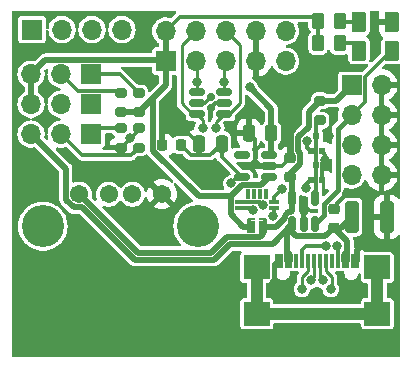
<source format=gtl>
G04 #@! TF.GenerationSoftware,KiCad,Pcbnew,7.0.9*
G04 #@! TF.CreationDate,2024-02-16T12:23:22+01:00*
G04 #@! TF.ProjectId,USBussy_Current_Probe,55534275-7373-4795-9f43-757272656e74,1.0*
G04 #@! TF.SameCoordinates,Original*
G04 #@! TF.FileFunction,Copper,L1,Top*
G04 #@! TF.FilePolarity,Positive*
%FSLAX46Y46*%
G04 Gerber Fmt 4.6, Leading zero omitted, Abs format (unit mm)*
G04 Created by KiCad (PCBNEW 7.0.9) date 2024-02-16 12:23:22*
%MOMM*%
%LPD*%
G01*
G04 APERTURE LIST*
G04 Aperture macros list*
%AMRoundRect*
0 Rectangle with rounded corners*
0 $1 Rounding radius*
0 $2 $3 $4 $5 $6 $7 $8 $9 X,Y pos of 4 corners*
0 Add a 4 corners polygon primitive as box body*
4,1,4,$2,$3,$4,$5,$6,$7,$8,$9,$2,$3,0*
0 Add four circle primitives for the rounded corners*
1,1,$1+$1,$2,$3*
1,1,$1+$1,$4,$5*
1,1,$1+$1,$6,$7*
1,1,$1+$1,$8,$9*
0 Add four rect primitives between the rounded corners*
20,1,$1+$1,$2,$3,$4,$5,0*
20,1,$1+$1,$4,$5,$6,$7,0*
20,1,$1+$1,$6,$7,$8,$9,0*
20,1,$1+$1,$8,$9,$2,$3,0*%
%AMRotRect*
0 Rectangle, with rotation*
0 The origin of the aperture is its center*
0 $1 length*
0 $2 width*
0 $3 Rotation angle, in degrees counterclockwise*
0 Add horizontal line*
21,1,$1,$2,0,0,$3*%
G04 Aperture macros list end*
G04 #@! TA.AperFunction,SMDPad,CuDef*
%ADD10R,0.800000X1.070000*%
G04 #@! TD*
G04 #@! TA.AperFunction,SMDPad,CuDef*
%ADD11RotRect,0.282800X0.282800X135.000000*%
G04 #@! TD*
G04 #@! TA.AperFunction,SMDPad,CuDef*
%ADD12R,0.600000X0.200000*%
G04 #@! TD*
G04 #@! TA.AperFunction,SMDPad,CuDef*
%ADD13R,0.850000X0.300000*%
G04 #@! TD*
G04 #@! TA.AperFunction,SMDPad,CuDef*
%ADD14R,0.300000X0.850000*%
G04 #@! TD*
G04 #@! TA.AperFunction,SMDPad,CuDef*
%ADD15RoundRect,0.250000X0.375000X0.625000X-0.375000X0.625000X-0.375000X-0.625000X0.375000X-0.625000X0*%
G04 #@! TD*
G04 #@! TA.AperFunction,SMDPad,CuDef*
%ADD16RoundRect,0.200000X0.275000X-0.200000X0.275000X0.200000X-0.275000X0.200000X-0.275000X-0.200000X0*%
G04 #@! TD*
G04 #@! TA.AperFunction,ComponentPad*
%ADD17R,1.700000X1.700000*%
G04 #@! TD*
G04 #@! TA.AperFunction,ComponentPad*
%ADD18O,1.700000X1.700000*%
G04 #@! TD*
G04 #@! TA.AperFunction,SMDPad,CuDef*
%ADD19R,0.300000X1.150000*%
G04 #@! TD*
G04 #@! TA.AperFunction,SMDPad,CuDef*
%ADD20R,2.180000X2.000000*%
G04 #@! TD*
G04 #@! TA.AperFunction,SMDPad,CuDef*
%ADD21R,0.500000X0.600000*%
G04 #@! TD*
G04 #@! TA.AperFunction,SMDPad,CuDef*
%ADD22RoundRect,0.225000X0.225000X0.250000X-0.225000X0.250000X-0.225000X-0.250000X0.225000X-0.250000X0*%
G04 #@! TD*
G04 #@! TA.AperFunction,SMDPad,CuDef*
%ADD23RoundRect,0.225000X-0.250000X0.225000X-0.250000X-0.225000X0.250000X-0.225000X0.250000X0.225000X0*%
G04 #@! TD*
G04 #@! TA.AperFunction,SMDPad,CuDef*
%ADD24RoundRect,0.250000X0.250000X0.475000X-0.250000X0.475000X-0.250000X-0.475000X0.250000X-0.475000X0*%
G04 #@! TD*
G04 #@! TA.AperFunction,SMDPad,CuDef*
%ADD25RoundRect,0.150000X0.512500X0.150000X-0.512500X0.150000X-0.512500X-0.150000X0.512500X-0.150000X0*%
G04 #@! TD*
G04 #@! TA.AperFunction,SMDPad,CuDef*
%ADD26RoundRect,0.200000X-0.275000X0.200000X-0.275000X-0.200000X0.275000X-0.200000X0.275000X0.200000X0*%
G04 #@! TD*
G04 #@! TA.AperFunction,SMDPad,CuDef*
%ADD27RoundRect,0.250000X0.262500X0.450000X-0.262500X0.450000X-0.262500X-0.450000X0.262500X-0.450000X0*%
G04 #@! TD*
G04 #@! TA.AperFunction,ComponentPad*
%ADD28C,1.545000*%
G04 #@! TD*
G04 #@! TA.AperFunction,ComponentPad*
%ADD29C,3.570000*%
G04 #@! TD*
G04 #@! TA.AperFunction,SMDPad,CuDef*
%ADD30RoundRect,0.250000X0.325000X1.100000X-0.325000X1.100000X-0.325000X-1.100000X0.325000X-1.100000X0*%
G04 #@! TD*
G04 #@! TA.AperFunction,SMDPad,CuDef*
%ADD31RoundRect,0.150000X0.150000X-0.512500X0.150000X0.512500X-0.150000X0.512500X-0.150000X-0.512500X0*%
G04 #@! TD*
G04 #@! TA.AperFunction,ViaPad*
%ADD32C,0.700000*%
G04 #@! TD*
G04 #@! TA.AperFunction,ViaPad*
%ADD33C,0.800000*%
G04 #@! TD*
G04 #@! TA.AperFunction,Conductor*
%ADD34C,0.500000*%
G04 #@! TD*
G04 #@! TA.AperFunction,Conductor*
%ADD35C,0.300000*%
G04 #@! TD*
G04 #@! TA.AperFunction,Conductor*
%ADD36C,0.400000*%
G04 #@! TD*
G04 #@! TA.AperFunction,Conductor*
%ADD37C,0.261112*%
G04 #@! TD*
G04 #@! TA.AperFunction,Conductor*
%ADD38C,1.000000*%
G04 #@! TD*
G04 APERTURE END LIST*
D10*
X49665000Y-76631000D03*
D11*
X49465000Y-76096000D03*
D12*
X49765000Y-75996000D03*
D10*
X50665000Y-76631000D03*
D11*
X50865000Y-76096000D03*
D12*
X50565000Y-75996000D03*
D13*
X51615000Y-75081000D03*
X51615000Y-74581000D03*
D14*
X50915000Y-73881000D03*
X50415000Y-73881000D03*
X49915000Y-73881000D03*
X49415000Y-73881000D03*
D13*
X48715000Y-74581000D03*
X48715000Y-75081000D03*
D15*
X61598000Y-59309000D03*
X58798000Y-59309000D03*
D16*
X40132000Y-69938400D03*
X40132000Y-68288400D03*
D17*
X36111301Y-66265699D03*
D18*
X33571301Y-66265699D03*
X31031301Y-66265699D03*
D19*
X51895000Y-79507000D03*
X52695000Y-79507000D03*
X53995000Y-79507000D03*
X54995000Y-79507000D03*
X55495000Y-79507000D03*
X56495000Y-79507000D03*
X57795000Y-79507000D03*
X58595000Y-79507000D03*
X58295000Y-79507000D03*
X57495000Y-79507000D03*
X56995000Y-79507000D03*
X55995000Y-79507000D03*
X54495000Y-79507000D03*
X53495000Y-79507000D03*
X52995000Y-79507000D03*
X52195000Y-79507000D03*
D20*
X50135000Y-80082000D03*
X50135000Y-84012000D03*
X60355000Y-80082000D03*
X60355000Y-84012000D03*
D21*
X54694200Y-72684400D03*
X55694200Y-72684400D03*
X55194200Y-71384400D03*
D22*
X43701000Y-69723000D03*
X42151000Y-69723000D03*
D23*
X52959000Y-70853000D03*
X52959000Y-72403000D03*
D24*
X51369000Y-68707000D03*
X49469000Y-68707000D03*
D25*
X45090500Y-67117000D03*
X45090500Y-66167000D03*
X45090500Y-65217000D03*
X47365500Y-65217000D03*
X47365500Y-66167000D03*
X47365500Y-67117000D03*
X51175500Y-72451000D03*
X51175500Y-71501000D03*
X51175500Y-70551000D03*
X48900500Y-70551000D03*
X48900500Y-72451000D03*
D15*
X61598000Y-61722000D03*
X58798000Y-61722000D03*
D17*
X36111301Y-63725699D03*
D18*
X33571301Y-63725699D03*
X31031301Y-63725699D03*
D17*
X31115000Y-59944000D03*
D18*
X33655000Y-59944000D03*
X36195000Y-59944000D03*
X38735000Y-59944000D03*
D26*
X40132000Y-65316600D03*
X40132000Y-66966600D03*
D27*
X57148100Y-61112400D03*
X55323100Y-61112400D03*
X57148100Y-59182000D03*
X55323100Y-59182000D03*
D28*
X35108000Y-73888000D03*
X37608000Y-73888000D03*
X39608000Y-73888000D03*
X42108000Y-73888000D03*
D29*
X32038000Y-76598000D03*
X45178000Y-76598000D03*
D26*
X38658800Y-68288400D03*
X38658800Y-69938400D03*
D17*
X36111301Y-68805699D03*
D18*
X33571301Y-68805699D03*
X31031301Y-68805699D03*
D26*
X55499000Y-65977000D03*
X55499000Y-67627000D03*
D17*
X58166000Y-64653000D03*
D18*
X60706000Y-64653000D03*
X58166000Y-67193000D03*
X60706000Y-67193000D03*
X58166000Y-69733000D03*
X60706000Y-69733000D03*
X58166000Y-72273000D03*
X60706000Y-72273000D03*
D24*
X47178000Y-69596000D03*
X45278000Y-69596000D03*
D21*
X54694200Y-70271400D03*
X55694200Y-70271400D03*
X55194200Y-68971400D03*
D30*
X61165000Y-75819000D03*
X58215000Y-75819000D03*
D26*
X38658800Y-65316600D03*
X38658800Y-66966600D03*
D17*
X42423000Y-62616000D03*
D18*
X42423000Y-60076000D03*
X44963000Y-62616000D03*
X44963000Y-60076000D03*
X47503000Y-62616000D03*
X47503000Y-60076000D03*
X50043000Y-62616000D03*
X50043000Y-60076000D03*
X52583000Y-62616000D03*
X52583000Y-60076000D03*
D23*
X56642000Y-75171000D03*
X56642000Y-76721000D03*
D31*
X53152000Y-76448500D03*
X54102000Y-76448500D03*
X55052000Y-76448500D03*
X55052000Y-74173500D03*
X53152000Y-74173500D03*
D32*
X46228215Y-65685861D03*
D33*
X49530000Y-64820800D03*
X47955200Y-68199000D03*
X42849800Y-67741800D03*
X52679600Y-81940400D03*
X51612800Y-81432400D03*
D32*
X46228000Y-66548000D03*
D33*
X46228000Y-72186800D03*
X40055800Y-63677800D03*
X55956200Y-71018400D03*
X32308800Y-65049400D03*
X42900600Y-66014600D03*
X39420800Y-69113400D03*
X51536600Y-75768200D03*
X54127400Y-75285600D03*
X59029600Y-78181200D03*
X53086000Y-68326000D03*
X49479200Y-66954400D03*
X56235600Y-68961000D03*
X57759600Y-73812400D03*
X60198000Y-60528200D03*
X58267600Y-81889600D03*
X47983723Y-72977323D03*
X49784000Y-75234800D03*
X52298600Y-73456800D03*
X54388048Y-69369376D03*
X55996497Y-78232000D03*
X56411490Y-81924608D03*
X54743400Y-81178333D03*
X46705654Y-68247759D03*
X55746600Y-81178333D03*
X45567600Y-68249800D03*
X53975000Y-81915000D03*
X56896000Y-78232000D03*
X54316844Y-73373367D03*
X45085000Y-64414400D03*
X47371000Y-64414400D03*
X50632652Y-74800899D03*
D34*
X42423000Y-64675600D02*
X42423000Y-62616000D01*
X51369000Y-68707000D02*
X51369000Y-66659800D01*
D35*
X55323100Y-59182000D02*
X55323100Y-61112400D01*
D34*
X31031301Y-63740699D02*
X31046301Y-63725699D01*
X42423000Y-60076000D02*
X42423000Y-62616000D01*
X51175500Y-72451000D02*
X50525500Y-73101000D01*
X48920000Y-73101000D02*
X47940000Y-74081000D01*
X42332699Y-62525699D02*
X42423000Y-62616000D01*
X47940000Y-74081000D02*
X45214592Y-74081000D01*
X48990000Y-76631000D02*
X49665000Y-76631000D01*
X32246301Y-62525699D02*
X42332699Y-62525699D01*
D35*
X55017100Y-58876000D02*
X43623000Y-58876000D01*
X45090500Y-66167000D02*
X45747076Y-66167000D01*
X45747076Y-66167000D02*
X46228215Y-65685861D01*
D34*
X47940000Y-75581000D02*
X48990000Y-76631000D01*
X51369000Y-66659800D02*
X49530000Y-64820800D01*
X51369000Y-68707000D02*
X51369000Y-70357500D01*
X50525500Y-73101000D02*
X48920000Y-73101000D01*
X47940000Y-74081000D02*
X47940000Y-75581000D01*
X45214592Y-74081000D02*
X41351000Y-70217408D01*
X41351000Y-65747600D02*
X42423000Y-64675600D01*
X41351000Y-70217408D02*
X41351000Y-65747600D01*
X31031301Y-66265699D02*
X31031301Y-63740699D01*
D35*
X55323100Y-59182000D02*
X55017100Y-58876000D01*
D34*
X40132000Y-66966600D02*
X42423000Y-64675600D01*
X38658800Y-66966600D02*
X40132000Y-66966600D01*
D35*
X43623000Y-58876000D02*
X42423000Y-60076000D01*
D34*
X31046301Y-63725699D02*
X32246301Y-62525699D01*
D35*
X51175500Y-71501000D02*
X52311000Y-71501000D01*
X53086000Y-70726000D02*
X52959000Y-70853000D01*
X55694200Y-72684400D02*
X55694200Y-71280400D01*
D36*
X51580000Y-79822000D02*
X51580000Y-81399600D01*
X51895000Y-79507000D02*
X51580000Y-79822000D01*
D35*
X49968938Y-70956937D02*
X49968938Y-69206938D01*
X51615000Y-75689800D02*
X51536600Y-75768200D01*
X49968938Y-69206938D02*
X49469000Y-68707000D01*
X53086000Y-68326000D02*
X53086000Y-70726000D01*
X40132000Y-68465200D02*
X39483800Y-69113400D01*
D34*
X58595000Y-78615800D02*
X59029600Y-78181200D01*
D35*
X45278000Y-69596000D02*
X43423800Y-67741800D01*
X56642000Y-74930000D02*
X57759600Y-73812400D01*
X46609000Y-66167000D02*
X46228000Y-66548000D01*
X39483800Y-69113400D02*
X39420800Y-69113400D01*
X50513001Y-71501000D02*
X49968938Y-70956937D01*
X43423800Y-67741800D02*
X42849800Y-67741800D01*
X40132000Y-68288400D02*
X40132000Y-68465200D01*
X55956200Y-71018400D02*
X55956200Y-70533400D01*
X52311000Y-71501000D02*
X52959000Y-70853000D01*
D34*
X58595000Y-79507000D02*
X58595000Y-78615800D01*
D35*
X39420800Y-69113400D02*
X39420800Y-69176400D01*
X39420800Y-69176400D02*
X38658800Y-69938400D01*
X51615000Y-75081000D02*
X51615000Y-75689800D01*
X51175500Y-71501000D02*
X50513001Y-71501000D01*
X55956200Y-70533400D02*
X55694200Y-70271400D01*
X55694200Y-71280400D02*
X55956200Y-71018400D01*
X56642000Y-75171000D02*
X56642000Y-74930000D01*
D36*
X51580000Y-81399600D02*
X51612800Y-81432400D01*
D35*
X47365500Y-66167000D02*
X46609000Y-66167000D01*
X49630200Y-75081000D02*
X49784000Y-75234800D01*
X48715000Y-75081000D02*
X49630200Y-75081000D01*
X48900500Y-72451000D02*
X48510046Y-72451000D01*
X48510046Y-72451000D02*
X47983723Y-72977323D01*
X44549000Y-70571000D02*
X46203000Y-70571000D01*
X47178000Y-70728500D02*
X48900500Y-72451000D01*
X43701000Y-69723000D02*
X44549000Y-70571000D01*
X46203000Y-70571000D02*
X47178000Y-69596000D01*
X47178000Y-69596000D02*
X47178000Y-70728500D01*
X58798000Y-59309000D02*
X57275100Y-59309000D01*
X57275100Y-59309000D02*
X57148100Y-59182000D01*
D36*
X57016000Y-68343000D02*
X58166000Y-67193000D01*
X57016000Y-73573304D02*
X57016000Y-68343000D01*
D35*
X51615000Y-74581000D02*
X51615000Y-74140400D01*
X61598000Y-61722000D02*
X61496400Y-61722000D01*
X61496400Y-61722000D02*
X59266000Y-63952400D01*
X59266000Y-63952400D02*
X59266000Y-66093000D01*
D36*
X55867000Y-74722304D02*
X57016000Y-73573304D01*
X55867000Y-75633500D02*
X55867000Y-74722304D01*
D35*
X59266000Y-66093000D02*
X58166000Y-67193000D01*
D36*
X55052000Y-76448500D02*
X55867000Y-75633500D01*
D35*
X51615000Y-74140400D02*
X52298600Y-73456800D01*
X58188400Y-61112400D02*
X58798000Y-61722000D01*
X57148100Y-61112400D02*
X58188400Y-61112400D01*
D34*
X57313000Y-76721000D02*
X58215000Y-75819000D01*
X51484500Y-78116000D02*
X53152000Y-76448500D01*
X35381972Y-75010500D02*
X39797272Y-79425800D01*
X52695000Y-76905500D02*
X53152000Y-76448500D01*
X39797272Y-79425800D02*
X46543128Y-79425800D01*
X56642000Y-76721000D02*
X57795000Y-77874000D01*
X33985500Y-71744898D02*
X33985500Y-74352955D01*
X52995000Y-79507000D02*
X52995000Y-79040000D01*
X56642000Y-76721000D02*
X57313000Y-76721000D01*
X31046301Y-68805699D02*
X33985500Y-71744898D01*
X46543128Y-79425800D02*
X47852928Y-78116000D01*
X34643045Y-75010500D02*
X35381972Y-75010500D01*
X33985500Y-74352955D02*
X34643045Y-75010500D01*
X53152000Y-77110999D02*
X53502001Y-77461000D01*
X47852928Y-78116000D02*
X51484500Y-78116000D01*
X57495000Y-79040000D02*
X57795000Y-78740000D01*
X53502001Y-77461000D02*
X55902000Y-77461000D01*
X55902000Y-77461000D02*
X56642000Y-76721000D01*
X53152000Y-76448500D02*
X53152000Y-77110999D01*
X52695000Y-78740000D02*
X52695000Y-76905500D01*
X57795000Y-78740000D02*
X57795000Y-79507000D01*
X57795000Y-77874000D02*
X57795000Y-78740000D01*
X52995000Y-79040000D02*
X52695000Y-78740000D01*
X52695000Y-79507000D02*
X52695000Y-78740000D01*
X57495000Y-79507000D02*
X57495000Y-79040000D01*
D35*
X53995000Y-78582000D02*
X54345000Y-78232000D01*
X54345000Y-78232000D02*
X55996497Y-78232000D01*
X54388048Y-69369376D02*
X54388048Y-69965248D01*
X53995000Y-79507000D02*
X53995000Y-78582000D01*
X54388048Y-69965248D02*
X54694200Y-70271400D01*
D37*
X47503000Y-60076000D02*
X48683556Y-61256556D01*
X48683556Y-61256556D02*
X48683556Y-66195208D01*
X55012843Y-79524843D02*
X55012843Y-80908890D01*
X46705654Y-68247759D02*
X46705654Y-67776846D01*
X56477156Y-80875726D02*
X55995000Y-80393570D01*
X47761764Y-67117000D02*
X47365500Y-67117000D01*
X55995000Y-80393570D02*
X55995000Y-79507000D01*
X56411490Y-81924608D02*
X56477156Y-81858942D01*
X46705654Y-67776846D02*
X47365500Y-67117000D01*
X56477156Y-81858942D02*
X56477156Y-80875726D01*
X48683556Y-66195208D02*
X47761764Y-67117000D01*
X55012843Y-80908890D02*
X54743400Y-81178333D01*
X54995000Y-79507000D02*
X55012843Y-79524843D01*
X55495000Y-79507000D02*
X55477157Y-79524843D01*
X44694236Y-67117000D02*
X45090500Y-67117000D01*
X45567600Y-67594100D02*
X45090500Y-67117000D01*
X54495000Y-80393570D02*
X53975000Y-80913570D01*
X55477157Y-79524843D02*
X55477157Y-80908890D01*
X55477157Y-80908890D02*
X55746600Y-81178333D01*
X43782444Y-61256556D02*
X43782444Y-66205208D01*
X43782444Y-66205208D02*
X44694236Y-67117000D01*
X54495000Y-79507000D02*
X54495000Y-80393570D01*
X44963000Y-60076000D02*
X43782444Y-61256556D01*
X53975000Y-80913570D02*
X53975000Y-81915000D01*
X45567600Y-68249800D02*
X45567600Y-67594100D01*
D35*
X54316844Y-73373367D02*
X54316844Y-73061756D01*
X54316844Y-73061756D02*
X54694200Y-72684400D01*
X56995000Y-79507000D02*
X56995000Y-78331000D01*
X56995000Y-78331000D02*
X56896000Y-78232000D01*
D38*
X50135000Y-84012000D02*
X60355000Y-84012000D01*
X50135000Y-84012000D02*
X50135000Y-80082000D01*
X60355000Y-84012000D02*
X60355000Y-80082000D01*
D37*
X45085000Y-64414400D02*
X45090500Y-64419900D01*
X45090500Y-64419900D02*
X45090500Y-65217000D01*
X45085000Y-62738000D02*
X44963000Y-62616000D01*
X45085000Y-64414400D02*
X45085000Y-62738000D01*
X47365500Y-64419900D02*
X47365500Y-65217000D01*
X47371000Y-62748000D02*
X47503000Y-62616000D01*
X47371000Y-64414400D02*
X47371000Y-62748000D01*
X47371000Y-64414400D02*
X47365500Y-64419900D01*
D35*
X38541099Y-63725699D02*
X36126301Y-63725699D01*
X40132000Y-65316600D02*
X38541099Y-63725699D01*
X35026301Y-65165699D02*
X33586301Y-63725699D01*
X38658800Y-65316600D02*
X38507899Y-65165699D01*
X38507899Y-65165699D02*
X35026301Y-65165699D01*
X38658800Y-68288400D02*
X36643600Y-68288400D01*
X36643600Y-68288400D02*
X36126301Y-68805699D01*
X35369002Y-70588400D02*
X39482000Y-70588400D01*
X39482000Y-70588400D02*
X40132000Y-69938400D01*
X33586301Y-68805699D02*
X35369002Y-70588400D01*
D34*
X53152000Y-75270400D02*
X52986400Y-75436000D01*
X53784000Y-71322408D02*
X53784000Y-70383592D01*
X47604400Y-77516000D02*
X46294600Y-78825800D01*
X52502000Y-75920400D02*
X51791400Y-76631000D01*
X56842000Y-65977000D02*
X58166000Y-64653000D01*
X53152000Y-72596000D02*
X52959000Y-72403000D01*
X53638048Y-69058715D02*
X54533800Y-68162963D01*
X52502000Y-75724738D02*
X52502000Y-75920400D01*
X50665000Y-77266000D02*
X50415000Y-77516000D01*
X53638048Y-70237640D02*
X53638048Y-69058715D01*
X54533800Y-66942200D02*
X55499000Y-65977000D01*
X40045800Y-78825800D02*
X35108000Y-73888000D01*
X53784000Y-70383592D02*
X53638048Y-70237640D01*
X53152000Y-74173500D02*
X53152000Y-75270400D01*
X55499000Y-65977000D02*
X56842000Y-65977000D01*
X52959000Y-72403000D02*
X52959000Y-72147408D01*
X50415000Y-77516000D02*
X47604400Y-77516000D01*
X51791400Y-76631000D02*
X50665000Y-76631000D01*
X52790738Y-75436000D02*
X52502000Y-75724738D01*
X54533800Y-68162963D02*
X54533800Y-66942200D01*
X52986400Y-75436000D02*
X52790738Y-75436000D01*
X50665000Y-76631000D02*
X50665000Y-77266000D01*
X46294600Y-78825800D02*
X40045800Y-78825800D01*
X52959000Y-72147408D02*
X53784000Y-71322408D01*
X53152000Y-74173500D02*
X53152000Y-72596000D01*
D35*
X48715000Y-74581000D02*
X50412753Y-74581000D01*
X50412753Y-74581000D02*
X50632652Y-74800899D01*
X55194200Y-74031300D02*
X55194200Y-71384400D01*
X55194200Y-71384400D02*
X55194200Y-68971400D01*
X55194200Y-67931800D02*
X55499000Y-67627000D01*
X55052000Y-74173500D02*
X55194200Y-74031300D01*
X55194200Y-68971400D02*
X55194200Y-67931800D01*
G04 #@! TA.AperFunction,Conductor*
G36*
X43289969Y-58359185D02*
G01*
X43335724Y-58411989D01*
X43345668Y-58481147D01*
X43316643Y-58544703D01*
X43307276Y-58554392D01*
X43290880Y-58569606D01*
X43266803Y-58591947D01*
X43261013Y-58599208D01*
X43260362Y-58598688D01*
X43250967Y-58610928D01*
X42910227Y-58951668D01*
X42848904Y-58985153D01*
X42779212Y-58980169D01*
X42777754Y-58979614D01*
X42739205Y-58964680D01*
X42644439Y-58946965D01*
X42529610Y-58925500D01*
X42316390Y-58925500D01*
X42106802Y-58964679D01*
X42106799Y-58964679D01*
X42106799Y-58964680D01*
X41907982Y-59041701D01*
X41907980Y-59041702D01*
X41726699Y-59153947D01*
X41569127Y-59297593D01*
X41440632Y-59467746D01*
X41345596Y-59658605D01*
X41345596Y-59658607D01*
X41287244Y-59863689D01*
X41267571Y-60075999D01*
X41267571Y-60076000D01*
X41287244Y-60288310D01*
X41345596Y-60493392D01*
X41345596Y-60493394D01*
X41440632Y-60684253D01*
X41546661Y-60824656D01*
X41569128Y-60854407D01*
X41726698Y-60998052D01*
X41726700Y-60998053D01*
X41726701Y-60998054D01*
X41813777Y-61051969D01*
X41860413Y-61103997D01*
X41872500Y-61157396D01*
X41872500Y-61341500D01*
X41852815Y-61408539D01*
X41800011Y-61454294D01*
X41748501Y-61465500D01*
X41528143Y-61465500D01*
X41528117Y-61465502D01*
X41503012Y-61468413D01*
X41503008Y-61468415D01*
X41400235Y-61513793D01*
X41320794Y-61593234D01*
X41275415Y-61696006D01*
X41275415Y-61696008D01*
X41272500Y-61721131D01*
X41272500Y-61851199D01*
X41252815Y-61918238D01*
X41200011Y-61963993D01*
X41148500Y-61975199D01*
X32255698Y-61975199D01*
X32189475Y-61972937D01*
X32189474Y-61972937D01*
X32189472Y-61972937D01*
X32146471Y-61983416D01*
X32140231Y-61984601D01*
X32096380Y-61990629D01*
X32079917Y-61997780D01*
X32059876Y-62004519D01*
X32042451Y-62008765D01*
X32042446Y-62008767D01*
X32003868Y-62030457D01*
X31998182Y-62033281D01*
X31957580Y-62050919D01*
X31943658Y-62062245D01*
X31926184Y-62074137D01*
X31910547Y-62082929D01*
X31910540Y-62082934D01*
X31879240Y-62114234D01*
X31874526Y-62118488D01*
X31840192Y-62146421D01*
X31829842Y-62161084D01*
X31816221Y-62177253D01*
X31420338Y-62573136D01*
X31359015Y-62606621D01*
X31309872Y-62607344D01*
X31239899Y-62594264D01*
X31137911Y-62575199D01*
X30924691Y-62575199D01*
X30715103Y-62614378D01*
X30715100Y-62614378D01*
X30715100Y-62614379D01*
X30516283Y-62691400D01*
X30516281Y-62691401D01*
X30335000Y-62803646D01*
X30177428Y-62947292D01*
X30048933Y-63117445D01*
X29953897Y-63308304D01*
X29953897Y-63308306D01*
X29895545Y-63513388D01*
X29879881Y-63682439D01*
X29875872Y-63725699D01*
X29895545Y-63938009D01*
X29952861Y-64139452D01*
X29953897Y-64143091D01*
X29953897Y-64143093D01*
X30048933Y-64333952D01*
X30168942Y-64492868D01*
X30177429Y-64504106D01*
X30334999Y-64647751D01*
X30335001Y-64647752D01*
X30335002Y-64647753D01*
X30422078Y-64701668D01*
X30468714Y-64753696D01*
X30480801Y-64807095D01*
X30480801Y-65184301D01*
X30461116Y-65251340D01*
X30422080Y-65289727D01*
X30335001Y-65343644D01*
X30177428Y-65487292D01*
X30048933Y-65657445D01*
X29953897Y-65848304D01*
X29953897Y-65848306D01*
X29895545Y-66053388D01*
X29876985Y-66253692D01*
X29875872Y-66265699D01*
X29895545Y-66478009D01*
X29952305Y-66677498D01*
X29953897Y-66683091D01*
X29953897Y-66683093D01*
X30048933Y-66873952D01*
X30131439Y-66983206D01*
X30177429Y-67044106D01*
X30334999Y-67187751D01*
X30516282Y-67299997D01*
X30715103Y-67377020D01*
X30911914Y-67413810D01*
X30974194Y-67445478D01*
X31009467Y-67505791D01*
X31006533Y-67575599D01*
X30966324Y-67632739D01*
X30911914Y-67657587D01*
X30715103Y-67694378D01*
X30715100Y-67694378D01*
X30715100Y-67694379D01*
X30516283Y-67771400D01*
X30516281Y-67771401D01*
X30335000Y-67883646D01*
X30177428Y-68027292D01*
X30048933Y-68197445D01*
X29953897Y-68388304D01*
X29953897Y-68388306D01*
X29895545Y-68593388D01*
X29877458Y-68788588D01*
X29875872Y-68805699D01*
X29895545Y-69018009D01*
X29952861Y-69219452D01*
X29953897Y-69223091D01*
X29953897Y-69223093D01*
X30048933Y-69413952D01*
X30177428Y-69584105D01*
X30177429Y-69584106D01*
X30334999Y-69727751D01*
X30516282Y-69839997D01*
X30715103Y-69917020D01*
X30924691Y-69956199D01*
X30924693Y-69956199D01*
X31137909Y-69956199D01*
X31137911Y-69956199D01*
X31309874Y-69924053D01*
X31379388Y-69931084D01*
X31420339Y-69958261D01*
X33398681Y-71936603D01*
X33432166Y-71997926D01*
X33435000Y-72024284D01*
X33435000Y-74343557D01*
X33432738Y-74409784D01*
X33443215Y-74452774D01*
X33444401Y-74459016D01*
X33450429Y-74502875D01*
X33457579Y-74519334D01*
X33464318Y-74539374D01*
X33468567Y-74556807D01*
X33485789Y-74587438D01*
X33490263Y-74595394D01*
X33493082Y-74601070D01*
X33506300Y-74631500D01*
X33510721Y-74641677D01*
X33522041Y-74655591D01*
X33533939Y-74673072D01*
X33542734Y-74688715D01*
X33542736Y-74688716D01*
X33574032Y-74720012D01*
X33578283Y-74724721D01*
X33606222Y-74759063D01*
X33620881Y-74769410D01*
X33637052Y-74783032D01*
X34247124Y-75393103D01*
X34292365Y-75441544D01*
X34318685Y-75457549D01*
X34330185Y-75464542D01*
X34335424Y-75468107D01*
X34370703Y-75494861D01*
X34387398Y-75501444D01*
X34406335Y-75510851D01*
X34408017Y-75511874D01*
X34421663Y-75520172D01*
X34464292Y-75532116D01*
X34470308Y-75534139D01*
X34511481Y-75550376D01*
X34529332Y-75552211D01*
X34550097Y-75556157D01*
X34567380Y-75561000D01*
X34611639Y-75561000D01*
X34617980Y-75561324D01*
X34662017Y-75565852D01*
X34679701Y-75562803D01*
X34700769Y-75561000D01*
X35102585Y-75561000D01*
X35169624Y-75580685D01*
X35190266Y-75597319D01*
X39401351Y-79808403D01*
X39446592Y-79856844D01*
X39484412Y-79879842D01*
X39489651Y-79883407D01*
X39524930Y-79910161D01*
X39541625Y-79916744D01*
X39560562Y-79926151D01*
X39575890Y-79935472D01*
X39618519Y-79947416D01*
X39624533Y-79949439D01*
X39630358Y-79951735D01*
X39665708Y-79965676D01*
X39683559Y-79967511D01*
X39704324Y-79971457D01*
X39721607Y-79976300D01*
X39765866Y-79976300D01*
X39772207Y-79976624D01*
X39816244Y-79981152D01*
X39833928Y-79978103D01*
X39854996Y-79976300D01*
X46533731Y-79976300D01*
X46599954Y-79978562D01*
X46642960Y-79968080D01*
X46649179Y-79966898D01*
X46693048Y-79960870D01*
X46709511Y-79953718D01*
X46729544Y-79946981D01*
X46746980Y-79942733D01*
X46785593Y-79921021D01*
X46791218Y-79918227D01*
X46831848Y-79900580D01*
X46845760Y-79889260D01*
X46863251Y-79877357D01*
X46878883Y-79868568D01*
X46878881Y-79868568D01*
X46878887Y-79868566D01*
X46910187Y-79837264D01*
X46914899Y-79833011D01*
X46949236Y-79805078D01*
X46959584Y-79790416D01*
X46973202Y-79774249D01*
X48044634Y-78702819D01*
X48105957Y-78669334D01*
X48132315Y-78666500D01*
X48736167Y-78666500D01*
X48803206Y-78686185D01*
X48848961Y-78738989D01*
X48858905Y-78808147D01*
X48829880Y-78871703D01*
X48823848Y-78878181D01*
X48792794Y-78909234D01*
X48747415Y-79012006D01*
X48747415Y-79012008D01*
X48744500Y-79037131D01*
X48744500Y-81126856D01*
X48744502Y-81126882D01*
X48747413Y-81151987D01*
X48747415Y-81151991D01*
X48792793Y-81254764D01*
X48792794Y-81254765D01*
X48872235Y-81334206D01*
X48975009Y-81379585D01*
X49000135Y-81382500D01*
X49210500Y-81382499D01*
X49277539Y-81402183D01*
X49323294Y-81454987D01*
X49334500Y-81506499D01*
X49334500Y-82587500D01*
X49314815Y-82654539D01*
X49262011Y-82700294D01*
X49210501Y-82711500D01*
X49000143Y-82711500D01*
X49000117Y-82711502D01*
X48975012Y-82714413D01*
X48975008Y-82714415D01*
X48872235Y-82759793D01*
X48792794Y-82839234D01*
X48747415Y-82942006D01*
X48747415Y-82942008D01*
X48744500Y-82967131D01*
X48744500Y-85056856D01*
X48744502Y-85056882D01*
X48747413Y-85081987D01*
X48747415Y-85081991D01*
X48792793Y-85184764D01*
X48792794Y-85184765D01*
X48872235Y-85264206D01*
X48975009Y-85309585D01*
X49000135Y-85312500D01*
X51269864Y-85312499D01*
X51269879Y-85312497D01*
X51269882Y-85312497D01*
X51294987Y-85309586D01*
X51294988Y-85309585D01*
X51294991Y-85309585D01*
X51397765Y-85264206D01*
X51477206Y-85184765D01*
X51522585Y-85081991D01*
X51525500Y-85056865D01*
X51525500Y-84936500D01*
X51545185Y-84869461D01*
X51597989Y-84823706D01*
X51649500Y-84812500D01*
X58840501Y-84812500D01*
X58907540Y-84832185D01*
X58953295Y-84884989D01*
X58964501Y-84936500D01*
X58964501Y-85056856D01*
X58964502Y-85056882D01*
X58967413Y-85081987D01*
X58967415Y-85081991D01*
X59012793Y-85184764D01*
X59012794Y-85184765D01*
X59092235Y-85264206D01*
X59195009Y-85309585D01*
X59220135Y-85312500D01*
X61489864Y-85312499D01*
X61489879Y-85312497D01*
X61489882Y-85312497D01*
X61514987Y-85309586D01*
X61514988Y-85309585D01*
X61514991Y-85309585D01*
X61617765Y-85264206D01*
X61697206Y-85184765D01*
X61742585Y-85081991D01*
X61745500Y-85056865D01*
X61745499Y-82967136D01*
X61745497Y-82967117D01*
X61742586Y-82942012D01*
X61742585Y-82942010D01*
X61742585Y-82942009D01*
X61697206Y-82839235D01*
X61617765Y-82759794D01*
X61617763Y-82759793D01*
X61514992Y-82714415D01*
X61489868Y-82711500D01*
X61489865Y-82711500D01*
X61279500Y-82711500D01*
X61212461Y-82691815D01*
X61166706Y-82639011D01*
X61155500Y-82587500D01*
X61155500Y-81506499D01*
X61175185Y-81439460D01*
X61227989Y-81393705D01*
X61279500Y-81382499D01*
X61489856Y-81382499D01*
X61489864Y-81382499D01*
X61489879Y-81382497D01*
X61489882Y-81382497D01*
X61514987Y-81379586D01*
X61514988Y-81379585D01*
X61514991Y-81379585D01*
X61617765Y-81334206D01*
X61697206Y-81254765D01*
X61742585Y-81151991D01*
X61745500Y-81126865D01*
X61745499Y-79037136D01*
X61745497Y-79037117D01*
X61742586Y-79012012D01*
X61742585Y-79012010D01*
X61742585Y-79012009D01*
X61697206Y-78909235D01*
X61617765Y-78829794D01*
X61514992Y-78784415D01*
X61489868Y-78781500D01*
X59308608Y-78781500D01*
X59241569Y-78761815D01*
X59195814Y-78709011D01*
X59192426Y-78700833D01*
X59188350Y-78689907D01*
X59102190Y-78574812D01*
X59102187Y-78574809D01*
X58987093Y-78488649D01*
X58987086Y-78488645D01*
X58852379Y-78438403D01*
X58852372Y-78438401D01*
X58792844Y-78432000D01*
X58745000Y-78432000D01*
X58745000Y-79533000D01*
X58725315Y-79600039D01*
X58672511Y-79645794D01*
X58621000Y-79657000D01*
X58569000Y-79657000D01*
X58501961Y-79637315D01*
X58456206Y-79584511D01*
X58445000Y-79533000D01*
X58445000Y-78432000D01*
X58434815Y-78421815D01*
X58402461Y-78412315D01*
X58356706Y-78359511D01*
X58345500Y-78308000D01*
X58345500Y-77883397D01*
X58347762Y-77817174D01*
X58337283Y-77774174D01*
X58336096Y-77767931D01*
X58330070Y-77724082D01*
X58330070Y-77724080D01*
X58322921Y-77707622D01*
X58316180Y-77687578D01*
X58311933Y-77670148D01*
X58303006Y-77654272D01*
X58287309Y-77586191D01*
X58310911Y-77520428D01*
X58366320Y-77477865D01*
X58411093Y-77469500D01*
X58583097Y-77469500D01*
X58583102Y-77469500D01*
X58671564Y-77458877D01*
X58812342Y-77403361D01*
X58932922Y-77311922D01*
X59024361Y-77191342D01*
X59079877Y-77050564D01*
X59090500Y-76962102D01*
X59090500Y-76069000D01*
X60090001Y-76069000D01*
X60090001Y-76968986D01*
X60100494Y-77071697D01*
X60155641Y-77238119D01*
X60155643Y-77238124D01*
X60247684Y-77387345D01*
X60371654Y-77511315D01*
X60520875Y-77603356D01*
X60520880Y-77603358D01*
X60687302Y-77658505D01*
X60687309Y-77658506D01*
X60790019Y-77668999D01*
X60914999Y-77668999D01*
X60915000Y-77668998D01*
X60915000Y-76069000D01*
X60090001Y-76069000D01*
X59090500Y-76069000D01*
X59090500Y-75569000D01*
X60090000Y-75569000D01*
X60915000Y-75569000D01*
X60915000Y-73969000D01*
X60790027Y-73969000D01*
X60790012Y-73969001D01*
X60687302Y-73979494D01*
X60520880Y-74034641D01*
X60520875Y-74034643D01*
X60371654Y-74126684D01*
X60247684Y-74250654D01*
X60155643Y-74399875D01*
X60155641Y-74399880D01*
X60100494Y-74566302D01*
X60100493Y-74566309D01*
X60090000Y-74669013D01*
X60090000Y-75569000D01*
X59090500Y-75569000D01*
X59090500Y-74675898D01*
X59079877Y-74587436D01*
X59024361Y-74446658D01*
X59024360Y-74446657D01*
X59024360Y-74446656D01*
X58932922Y-74326077D01*
X58812343Y-74234639D01*
X58693524Y-74187783D01*
X58671564Y-74179123D01*
X58671563Y-74179122D01*
X58671561Y-74179122D01*
X58625926Y-74173642D01*
X58583102Y-74168500D01*
X57846898Y-74168500D01*
X57807853Y-74173188D01*
X57758438Y-74179122D01*
X57617656Y-74234639D01*
X57497075Y-74326079D01*
X57497074Y-74326080D01*
X57492108Y-74332629D01*
X57435913Y-74374149D01*
X57366192Y-74378697D01*
X57328212Y-74363237D01*
X57217790Y-74295128D01*
X57171066Y-74243180D01*
X57159843Y-74174217D01*
X57187687Y-74110135D01*
X57195172Y-74101943D01*
X57322433Y-73974682D01*
X57343069Y-73958054D01*
X57347128Y-73955447D01*
X57381129Y-73916206D01*
X57384100Y-73913015D01*
X57395220Y-73901897D01*
X57404645Y-73889304D01*
X57407390Y-73885898D01*
X57441377Y-73846677D01*
X57443375Y-73842299D01*
X57456907Y-73819493D01*
X57459796Y-73815635D01*
X57477922Y-73767032D01*
X57479614Y-73762949D01*
X57501165Y-73715761D01*
X57501850Y-73710989D01*
X57508409Y-73685296D01*
X57510091Y-73680787D01*
X57513791Y-73629031D01*
X57514258Y-73624689D01*
X57516500Y-73609103D01*
X57516500Y-73593387D01*
X57516658Y-73588962D01*
X57517476Y-73577534D01*
X57520358Y-73537231D01*
X57519333Y-73532518D01*
X57516500Y-73506162D01*
X57516500Y-73436217D01*
X57536185Y-73369178D01*
X57588989Y-73323423D01*
X57658147Y-73313479D01*
X57685287Y-73320588D01*
X57849802Y-73384321D01*
X58059390Y-73423500D01*
X58059392Y-73423500D01*
X58272608Y-73423500D01*
X58272610Y-73423500D01*
X58482198Y-73384321D01*
X58681019Y-73307298D01*
X58862302Y-73195052D01*
X59019872Y-73051407D01*
X59148366Y-72881255D01*
X59215325Y-72746781D01*
X59262825Y-72695548D01*
X59330488Y-72678126D01*
X59396828Y-72700051D01*
X59438705Y-72749651D01*
X59532399Y-72950578D01*
X59667894Y-73144082D01*
X59834917Y-73311105D01*
X60028421Y-73446600D01*
X60242507Y-73546429D01*
X60242516Y-73546433D01*
X60456000Y-73603634D01*
X60456000Y-72708501D01*
X60563685Y-72757680D01*
X60670237Y-72773000D01*
X60741763Y-72773000D01*
X60848315Y-72757680D01*
X60956000Y-72708501D01*
X60956000Y-73603633D01*
X61169483Y-73546433D01*
X61169492Y-73546429D01*
X61383578Y-73446600D01*
X61577082Y-73311105D01*
X61744105Y-73144082D01*
X61879600Y-72950578D01*
X61979429Y-72736492D01*
X61979432Y-72736486D01*
X62036636Y-72523000D01*
X61139686Y-72523000D01*
X61165493Y-72482844D01*
X61206000Y-72344889D01*
X61206000Y-72201111D01*
X61165493Y-72063156D01*
X61139686Y-72023000D01*
X62036636Y-72023000D01*
X62036635Y-72022999D01*
X61979432Y-71809513D01*
X61979429Y-71809507D01*
X61879600Y-71595422D01*
X61879599Y-71595420D01*
X61744113Y-71401926D01*
X61744108Y-71401920D01*
X61577082Y-71234894D01*
X61390968Y-71104575D01*
X61347344Y-71049998D01*
X61340151Y-70980499D01*
X61371673Y-70918145D01*
X61390968Y-70901425D01*
X61577082Y-70771105D01*
X61744105Y-70604082D01*
X61879600Y-70410578D01*
X61979429Y-70196492D01*
X61979432Y-70196486D01*
X62036636Y-69983000D01*
X61139686Y-69983000D01*
X61165493Y-69942844D01*
X61206000Y-69804889D01*
X61206000Y-69661111D01*
X61165493Y-69523156D01*
X61139686Y-69483000D01*
X62036636Y-69483000D01*
X62036635Y-69482999D01*
X61979432Y-69269513D01*
X61979429Y-69269507D01*
X61879600Y-69055422D01*
X61879599Y-69055420D01*
X61744113Y-68861926D01*
X61744108Y-68861920D01*
X61577082Y-68694894D01*
X61390968Y-68564575D01*
X61347344Y-68509998D01*
X61340151Y-68440499D01*
X61371673Y-68378145D01*
X61390968Y-68361425D01*
X61577082Y-68231105D01*
X61744105Y-68064082D01*
X61879600Y-67870578D01*
X61979429Y-67656492D01*
X61979432Y-67656486D01*
X62036636Y-67443000D01*
X61139686Y-67443000D01*
X61165493Y-67402844D01*
X61206000Y-67264889D01*
X61206000Y-67121111D01*
X61165493Y-66983156D01*
X61139686Y-66943000D01*
X62036636Y-66943000D01*
X62036635Y-66942999D01*
X61979432Y-66729513D01*
X61979429Y-66729507D01*
X61879600Y-66515422D01*
X61879599Y-66515420D01*
X61744113Y-66321926D01*
X61744108Y-66321920D01*
X61577082Y-66154894D01*
X61390968Y-66024575D01*
X61347344Y-65969998D01*
X61340151Y-65900499D01*
X61371673Y-65838145D01*
X61390968Y-65821425D01*
X61577082Y-65691105D01*
X61744105Y-65524082D01*
X61879600Y-65330578D01*
X61979429Y-65116492D01*
X61979432Y-65116486D01*
X62036636Y-64903000D01*
X61139686Y-64903000D01*
X61165493Y-64862844D01*
X61206000Y-64724889D01*
X61206000Y-64581111D01*
X61165493Y-64443156D01*
X61139686Y-64403000D01*
X62036636Y-64403000D01*
X62036635Y-64402999D01*
X61979432Y-64189513D01*
X61979429Y-64189507D01*
X61879600Y-63975422D01*
X61879599Y-63975420D01*
X61744113Y-63781926D01*
X61744108Y-63781920D01*
X61577082Y-63614894D01*
X61383578Y-63479399D01*
X61169492Y-63379570D01*
X61169483Y-63379566D01*
X60941326Y-63318432D01*
X60941316Y-63318430D01*
X60834498Y-63309085D01*
X60769430Y-63283632D01*
X60728451Y-63227041D01*
X60724573Y-63157279D01*
X60757623Y-63097878D01*
X60945851Y-62909650D01*
X61007170Y-62876168D01*
X61076861Y-62881152D01*
X61078982Y-62881965D01*
X61091436Y-62886877D01*
X61179898Y-62897500D01*
X61179903Y-62897500D01*
X62016097Y-62897500D01*
X62016102Y-62897500D01*
X62104564Y-62886877D01*
X62141012Y-62872503D01*
X62210595Y-62866221D01*
X62272531Y-62898557D01*
X62307154Y-62959245D01*
X62310500Y-62987858D01*
X62310500Y-74183361D01*
X62290815Y-74250400D01*
X62238011Y-74296155D01*
X62168853Y-74306099D01*
X62105297Y-74277074D01*
X62087307Y-74255920D01*
X62086798Y-74256323D01*
X62082316Y-74250655D01*
X61958345Y-74126684D01*
X61809124Y-74034643D01*
X61809119Y-74034641D01*
X61642697Y-73979494D01*
X61642690Y-73979493D01*
X61539986Y-73969000D01*
X61415000Y-73969000D01*
X61415000Y-77668999D01*
X61539972Y-77668999D01*
X61539986Y-77668998D01*
X61642697Y-77658505D01*
X61809119Y-77603358D01*
X61809124Y-77603356D01*
X61958345Y-77511315D01*
X62082316Y-77387344D01*
X62086798Y-77381677D01*
X62088346Y-77382901D01*
X62132901Y-77342820D01*
X62201863Y-77331593D01*
X62265947Y-77359432D01*
X62304807Y-77417498D01*
X62310500Y-77454638D01*
X62310500Y-87586500D01*
X62290815Y-87653539D01*
X62238011Y-87699294D01*
X62186500Y-87710500D01*
X29507500Y-87710500D01*
X29440461Y-87690815D01*
X29394706Y-87638011D01*
X29383500Y-87586500D01*
X29383500Y-76598000D01*
X29947627Y-76598000D01*
X29967096Y-76882639D01*
X29967097Y-76882641D01*
X30025140Y-77161965D01*
X30025145Y-77161981D01*
X30120685Y-77430805D01*
X30251945Y-77684125D01*
X30251949Y-77684131D01*
X30416468Y-77917202D01*
X30416472Y-77917206D01*
X30416474Y-77917209D01*
X30611209Y-78125720D01*
X30611214Y-78125724D01*
X30611216Y-78125726D01*
X30832516Y-78305767D01*
X30832519Y-78305769D01*
X30832523Y-78305772D01*
X30920893Y-78359511D01*
X31076293Y-78454012D01*
X31240222Y-78525216D01*
X31337977Y-78567677D01*
X31612701Y-78644651D01*
X31861192Y-78678805D01*
X31895347Y-78683500D01*
X31895348Y-78683500D01*
X32180653Y-78683500D01*
X32211125Y-78679311D01*
X32463299Y-78644651D01*
X32738023Y-78567677D01*
X32999708Y-78454011D01*
X33243477Y-78305772D01*
X33464791Y-78125720D01*
X33659526Y-77917209D01*
X33824055Y-77684124D01*
X33955314Y-77430807D01*
X34050856Y-77161976D01*
X34050856Y-77161971D01*
X34050859Y-77161965D01*
X34084826Y-76998502D01*
X34108903Y-76882639D01*
X34128373Y-76598000D01*
X34108903Y-76313361D01*
X34092069Y-76232352D01*
X34050859Y-76034034D01*
X34050854Y-76034018D01*
X34021980Y-75952773D01*
X33955314Y-75765193D01*
X33824055Y-75511876D01*
X33824054Y-75511874D01*
X33824050Y-75511868D01*
X33659531Y-75278797D01*
X33659527Y-75278793D01*
X33659526Y-75278791D01*
X33464791Y-75070280D01*
X33464784Y-75070275D01*
X33464783Y-75070273D01*
X33243483Y-74890232D01*
X33243472Y-74890225D01*
X33243266Y-74890100D01*
X33181643Y-74852626D01*
X32999706Y-74741987D01*
X32738024Y-74628323D01*
X32463304Y-74551350D01*
X32463300Y-74551349D01*
X32463299Y-74551349D01*
X32301186Y-74529067D01*
X32180653Y-74512500D01*
X32180652Y-74512500D01*
X31895348Y-74512500D01*
X31895347Y-74512500D01*
X31612701Y-74551349D01*
X31612695Y-74551350D01*
X31337975Y-74628323D01*
X31076293Y-74741987D01*
X30832527Y-74890225D01*
X30832516Y-74890232D01*
X30611216Y-75070273D01*
X30611210Y-75070278D01*
X30611209Y-75070280D01*
X30522410Y-75165361D01*
X30416468Y-75278797D01*
X30251949Y-75511868D01*
X30251945Y-75511874D01*
X30120685Y-75765194D01*
X30025145Y-76034018D01*
X30025140Y-76034034D01*
X29967097Y-76313358D01*
X29967096Y-76313360D01*
X29947627Y-76598000D01*
X29383500Y-76598000D01*
X29383500Y-60838856D01*
X29964500Y-60838856D01*
X29964502Y-60838882D01*
X29967413Y-60863987D01*
X29967415Y-60863991D01*
X30012793Y-60966764D01*
X30012794Y-60966765D01*
X30092235Y-61046206D01*
X30195009Y-61091585D01*
X30220135Y-61094500D01*
X32009864Y-61094499D01*
X32009879Y-61094497D01*
X32009882Y-61094497D01*
X32034987Y-61091586D01*
X32034988Y-61091585D01*
X32034991Y-61091585D01*
X32137765Y-61046206D01*
X32217206Y-60966765D01*
X32262585Y-60863991D01*
X32265500Y-60838865D01*
X32265499Y-60100046D01*
X32285183Y-60033009D01*
X32337987Y-59987254D01*
X32407146Y-59977310D01*
X32470702Y-60006335D01*
X32508476Y-60065113D01*
X32512970Y-60088606D01*
X32514451Y-60104589D01*
X32519244Y-60156310D01*
X32556802Y-60288312D01*
X32577596Y-60361392D01*
X32577596Y-60361394D01*
X32672632Y-60552253D01*
X32787286Y-60704078D01*
X32801128Y-60722407D01*
X32958698Y-60866052D01*
X33139981Y-60978298D01*
X33338802Y-61055321D01*
X33548390Y-61094500D01*
X33548392Y-61094500D01*
X33761608Y-61094500D01*
X33761610Y-61094500D01*
X33971198Y-61055321D01*
X34170019Y-60978298D01*
X34351302Y-60866052D01*
X34508872Y-60722407D01*
X34637366Y-60552255D01*
X34648031Y-60530836D01*
X34732403Y-60361394D01*
X34732403Y-60361393D01*
X34732405Y-60361389D01*
X34790756Y-60156310D01*
X34801529Y-60040047D01*
X34827315Y-59975111D01*
X34869622Y-59944804D01*
X34978130Y-59944804D01*
X35014503Y-59965668D01*
X35046693Y-60027681D01*
X35048470Y-60040047D01*
X35059244Y-60156310D01*
X35096802Y-60288312D01*
X35117596Y-60361392D01*
X35117596Y-60361394D01*
X35212632Y-60552253D01*
X35327286Y-60704078D01*
X35341128Y-60722407D01*
X35498698Y-60866052D01*
X35679981Y-60978298D01*
X35878802Y-61055321D01*
X36088390Y-61094500D01*
X36088392Y-61094500D01*
X36301608Y-61094500D01*
X36301610Y-61094500D01*
X36511198Y-61055321D01*
X36710019Y-60978298D01*
X36891302Y-60866052D01*
X37048872Y-60722407D01*
X37177366Y-60552255D01*
X37188031Y-60530836D01*
X37272403Y-60361394D01*
X37272403Y-60361393D01*
X37272405Y-60361389D01*
X37330756Y-60156310D01*
X37341529Y-60040047D01*
X37367315Y-59975111D01*
X37409622Y-59944804D01*
X37518130Y-59944804D01*
X37554503Y-59965668D01*
X37586693Y-60027681D01*
X37588470Y-60040047D01*
X37599244Y-60156310D01*
X37636802Y-60288312D01*
X37657596Y-60361392D01*
X37657596Y-60361394D01*
X37752632Y-60552253D01*
X37867286Y-60704078D01*
X37881128Y-60722407D01*
X38038698Y-60866052D01*
X38219981Y-60978298D01*
X38418802Y-61055321D01*
X38628390Y-61094500D01*
X38628392Y-61094500D01*
X38841608Y-61094500D01*
X38841610Y-61094500D01*
X39051198Y-61055321D01*
X39250019Y-60978298D01*
X39431302Y-60866052D01*
X39588872Y-60722407D01*
X39717366Y-60552255D01*
X39728031Y-60530836D01*
X39812403Y-60361394D01*
X39812403Y-60361393D01*
X39812405Y-60361389D01*
X39870756Y-60156310D01*
X39890429Y-59944000D01*
X39870756Y-59731690D01*
X39812405Y-59526611D01*
X39812403Y-59526606D01*
X39812403Y-59526605D01*
X39717367Y-59335746D01*
X39588872Y-59165593D01*
X39493539Y-59078685D01*
X39431302Y-59021948D01*
X39250019Y-58909702D01*
X39250017Y-58909701D01*
X39150608Y-58871190D01*
X39051198Y-58832679D01*
X38841610Y-58793500D01*
X38628390Y-58793500D01*
X38418802Y-58832679D01*
X38418799Y-58832679D01*
X38418799Y-58832680D01*
X38219982Y-58909701D01*
X38219980Y-58909702D01*
X38038699Y-59021947D01*
X37881127Y-59165593D01*
X37752632Y-59335746D01*
X37657596Y-59526605D01*
X37657596Y-59526607D01*
X37599244Y-59731689D01*
X37588471Y-59847951D01*
X37562685Y-59912888D01*
X37518130Y-59944804D01*
X37409622Y-59944804D01*
X37411869Y-59943194D01*
X37375497Y-59922331D01*
X37343307Y-59860318D01*
X37341529Y-59847951D01*
X37338175Y-59811759D01*
X37330756Y-59731690D01*
X37272405Y-59526611D01*
X37272403Y-59526606D01*
X37272403Y-59526605D01*
X37177367Y-59335746D01*
X37048872Y-59165593D01*
X36953539Y-59078685D01*
X36891302Y-59021948D01*
X36710019Y-58909702D01*
X36710017Y-58909701D01*
X36610608Y-58871190D01*
X36511198Y-58832679D01*
X36301610Y-58793500D01*
X36088390Y-58793500D01*
X35878802Y-58832679D01*
X35878799Y-58832679D01*
X35878799Y-58832680D01*
X35679982Y-58909701D01*
X35679980Y-58909702D01*
X35498699Y-59021947D01*
X35341127Y-59165593D01*
X35212632Y-59335746D01*
X35117596Y-59526605D01*
X35117596Y-59526607D01*
X35059244Y-59731689D01*
X35048471Y-59847951D01*
X35022685Y-59912888D01*
X34978130Y-59944804D01*
X34869622Y-59944804D01*
X34871869Y-59943194D01*
X34835497Y-59922331D01*
X34803307Y-59860318D01*
X34801529Y-59847951D01*
X34798175Y-59811759D01*
X34790756Y-59731690D01*
X34732405Y-59526611D01*
X34732403Y-59526606D01*
X34732403Y-59526605D01*
X34637367Y-59335746D01*
X34508872Y-59165593D01*
X34413539Y-59078685D01*
X34351302Y-59021948D01*
X34170019Y-58909702D01*
X34170017Y-58909701D01*
X34070608Y-58871190D01*
X33971198Y-58832679D01*
X33761610Y-58793500D01*
X33548390Y-58793500D01*
X33338802Y-58832679D01*
X33338799Y-58832679D01*
X33338799Y-58832680D01*
X33139982Y-58909701D01*
X33139980Y-58909702D01*
X32958699Y-59021947D01*
X32801127Y-59165593D01*
X32672632Y-59335746D01*
X32577596Y-59526605D01*
X32577596Y-59526607D01*
X32519244Y-59731689D01*
X32512970Y-59799394D01*
X32487183Y-59864331D01*
X32430383Y-59905018D01*
X32360602Y-59908538D01*
X32299995Y-59873772D01*
X32267806Y-59811759D01*
X32265499Y-59787952D01*
X32265499Y-59049143D01*
X32265499Y-59049136D01*
X32264637Y-59041701D01*
X32262586Y-59024012D01*
X32262585Y-59024010D01*
X32262585Y-59024009D01*
X32217206Y-58921235D01*
X32137765Y-58841794D01*
X32117124Y-58832680D01*
X32034992Y-58796415D01*
X32009865Y-58793500D01*
X30220143Y-58793500D01*
X30220117Y-58793502D01*
X30195012Y-58796413D01*
X30195008Y-58796415D01*
X30092235Y-58841793D01*
X30012794Y-58921234D01*
X29967415Y-59024006D01*
X29967415Y-59024008D01*
X29964500Y-59049131D01*
X29964500Y-60838856D01*
X29383500Y-60838856D01*
X29383500Y-58463500D01*
X29403185Y-58396461D01*
X29455989Y-58350706D01*
X29507500Y-58339500D01*
X43222930Y-58339500D01*
X43289969Y-58359185D01*
G37*
G04 #@! TD.AperFunction*
G04 #@! TA.AperFunction,Conductor*
G36*
X57275007Y-80379584D02*
G01*
X57275009Y-80379585D01*
X57300135Y-80382500D01*
X57439404Y-80382499D01*
X57506443Y-80402183D01*
X57552198Y-80454987D01*
X57562343Y-80522684D01*
X57554534Y-80581998D01*
X57554534Y-80582000D01*
X57574312Y-80732234D01*
X57574313Y-80732236D01*
X57619257Y-80840741D01*
X57632302Y-80872233D01*
X57724549Y-80992451D01*
X57844767Y-81084698D01*
X57984764Y-81142687D01*
X58097280Y-81157500D01*
X58097287Y-81157500D01*
X58172713Y-81157500D01*
X58172720Y-81157500D01*
X58285236Y-81142687D01*
X58425233Y-81084698D01*
X58545451Y-80992451D01*
X58637698Y-80872233D01*
X58695687Y-80732236D01*
X58701627Y-80687116D01*
X58729891Y-80623222D01*
X58788215Y-80584750D01*
X58811311Y-80580012D01*
X58827246Y-80578299D01*
X58896006Y-80590706D01*
X58947143Y-80638317D01*
X58964500Y-80701589D01*
X58964500Y-81126856D01*
X58964502Y-81126882D01*
X58967413Y-81151987D01*
X58967415Y-81151991D01*
X59012793Y-81254764D01*
X59012794Y-81254765D01*
X59092235Y-81334206D01*
X59195009Y-81379585D01*
X59220135Y-81382500D01*
X59430500Y-81382499D01*
X59497539Y-81402183D01*
X59543294Y-81454987D01*
X59554500Y-81506499D01*
X59554500Y-82587500D01*
X59534815Y-82654539D01*
X59482011Y-82700294D01*
X59430501Y-82711500D01*
X59220143Y-82711500D01*
X59220117Y-82711502D01*
X59195012Y-82714413D01*
X59195008Y-82714415D01*
X59092235Y-82759793D01*
X59012794Y-82839234D01*
X58967415Y-82942006D01*
X58967415Y-82942008D01*
X58964500Y-82967131D01*
X58964500Y-83087500D01*
X58944815Y-83154539D01*
X58892011Y-83200294D01*
X58840500Y-83211500D01*
X51649499Y-83211500D01*
X51582460Y-83191815D01*
X51536705Y-83139011D01*
X51525499Y-83087500D01*
X51525499Y-82967143D01*
X51525499Y-82967136D01*
X51525497Y-82967117D01*
X51522586Y-82942012D01*
X51522585Y-82942010D01*
X51522585Y-82942009D01*
X51477206Y-82839235D01*
X51397765Y-82759794D01*
X51397763Y-82759793D01*
X51294992Y-82714415D01*
X51269868Y-82711500D01*
X51269865Y-82711500D01*
X51059500Y-82711500D01*
X50992461Y-82691815D01*
X50946706Y-82639011D01*
X50935500Y-82587500D01*
X50935500Y-81506499D01*
X50955185Y-81439460D01*
X51007989Y-81393705D01*
X51059500Y-81382499D01*
X51269856Y-81382499D01*
X51269864Y-81382499D01*
X51269879Y-81382497D01*
X51269882Y-81382497D01*
X51294987Y-81379586D01*
X51294988Y-81379585D01*
X51294991Y-81379585D01*
X51397765Y-81334206D01*
X51477206Y-81254765D01*
X51522585Y-81151991D01*
X51525500Y-81126865D01*
X51525499Y-80701586D01*
X51545183Y-80634550D01*
X51597987Y-80588795D01*
X51662753Y-80578299D01*
X51678688Y-80580012D01*
X51743239Y-80606750D01*
X51783088Y-80664141D01*
X51788372Y-80687114D01*
X51792391Y-80717635D01*
X51794313Y-80732235D01*
X51794313Y-80732236D01*
X51839257Y-80840741D01*
X51852302Y-80872233D01*
X51944549Y-80992451D01*
X52064767Y-81084698D01*
X52204764Y-81142687D01*
X52317280Y-81157500D01*
X52317287Y-81157500D01*
X52392713Y-81157500D01*
X52392720Y-81157500D01*
X52505236Y-81142687D01*
X52645233Y-81084698D01*
X52765451Y-80992451D01*
X52857698Y-80872233D01*
X52915687Y-80732236D01*
X52935466Y-80582000D01*
X52935204Y-80580012D01*
X52927657Y-80522684D01*
X52938423Y-80453649D01*
X52984803Y-80401393D01*
X53050596Y-80382499D01*
X53189856Y-80382499D01*
X53189864Y-80382499D01*
X53189879Y-80382497D01*
X53189882Y-80382497D01*
X53224258Y-80378511D01*
X53224463Y-80380281D01*
X53265540Y-80380281D01*
X53265745Y-80378510D01*
X53275007Y-80379584D01*
X53275009Y-80379585D01*
X53300135Y-80382500D01*
X53595209Y-80382499D01*
X53662248Y-80402183D01*
X53708003Y-80454987D01*
X53717947Y-80524146D01*
X53688922Y-80587701D01*
X53672524Y-80603444D01*
X53655445Y-80617064D01*
X53623381Y-80664092D01*
X53589590Y-80709878D01*
X53585784Y-80717078D01*
X53582245Y-80724428D01*
X53565469Y-80778813D01*
X53546674Y-80832530D01*
X53545157Y-80840544D01*
X53543944Y-80848598D01*
X53543944Y-80905509D01*
X53541815Y-80962380D01*
X53542856Y-80971615D01*
X53541977Y-80971713D01*
X53543944Y-80986647D01*
X53543944Y-81305216D01*
X53524259Y-81372255D01*
X53502171Y-81398031D01*
X53446818Y-81447069D01*
X53350182Y-81587068D01*
X53289860Y-81746125D01*
X53289859Y-81746130D01*
X53269355Y-81915000D01*
X53289859Y-82083869D01*
X53289860Y-82083874D01*
X53350182Y-82242931D01*
X53412475Y-82333177D01*
X53446817Y-82382929D01*
X53552505Y-82476560D01*
X53574150Y-82495736D01*
X53724773Y-82574789D01*
X53724775Y-82574790D01*
X53889944Y-82615500D01*
X54060056Y-82615500D01*
X54225225Y-82574790D01*
X54357546Y-82505342D01*
X54375849Y-82495736D01*
X54375850Y-82495734D01*
X54375852Y-82495734D01*
X54503183Y-82382929D01*
X54599818Y-82242930D01*
X54660140Y-82083872D01*
X54671795Y-81987886D01*
X54699417Y-81923708D01*
X54757351Y-81884652D01*
X54794891Y-81878833D01*
X54828456Y-81878833D01*
X54993625Y-81838123D01*
X55144252Y-81759067D01*
X55162773Y-81742658D01*
X55226005Y-81712938D01*
X55295269Y-81722120D01*
X55327225Y-81742657D01*
X55345748Y-81759067D01*
X55345750Y-81759068D01*
X55496374Y-81838123D01*
X55496373Y-81838123D01*
X55562153Y-81854335D01*
X55618378Y-81868193D01*
X55678758Y-81903349D01*
X55710547Y-81965568D01*
X55711799Y-81973643D01*
X55726349Y-82093477D01*
X55726350Y-82093482D01*
X55786672Y-82252539D01*
X55848965Y-82342785D01*
X55883307Y-82392537D01*
X55988995Y-82486168D01*
X56010640Y-82505344D01*
X56161263Y-82584397D01*
X56161265Y-82584398D01*
X56326434Y-82625108D01*
X56496546Y-82625108D01*
X56661715Y-82584398D01*
X56741182Y-82542689D01*
X56812339Y-82505344D01*
X56812340Y-82505342D01*
X56812342Y-82505342D01*
X56939673Y-82392537D01*
X57036308Y-82252538D01*
X57096630Y-82093480D01*
X57117135Y-81924608D01*
X57096630Y-81755736D01*
X57036308Y-81596678D01*
X56939673Y-81456679D01*
X56939671Y-81456676D01*
X56939390Y-81456359D01*
X56939257Y-81456077D01*
X56935412Y-81450506D01*
X56936338Y-81449866D01*
X56909674Y-81393123D01*
X56908212Y-81374139D01*
X56908212Y-80903421D01*
X56908602Y-80896473D01*
X56912777Y-80859426D01*
X56902192Y-80803487D01*
X56893714Y-80747237D01*
X56893714Y-80747235D01*
X56893712Y-80747231D01*
X56891297Y-80739401D01*
X56888619Y-80731751D01*
X56888619Y-80731749D01*
X56862021Y-80681424D01*
X56837334Y-80630161D01*
X56837333Y-80630160D01*
X56837333Y-80630159D01*
X56832738Y-80623420D01*
X56827899Y-80616863D01*
X56805216Y-80594180D01*
X56771731Y-80532857D01*
X56776715Y-80463165D01*
X56818587Y-80407232D01*
X56884051Y-80382815D01*
X56892875Y-80382499D01*
X57189864Y-80382499D01*
X57189879Y-80382497D01*
X57189882Y-80382497D01*
X57224258Y-80378511D01*
X57224463Y-80380281D01*
X57265540Y-80380281D01*
X57265745Y-80378510D01*
X57275007Y-80379584D01*
G37*
G04 #@! TD.AperFunction*
G04 #@! TA.AperFunction,Conductor*
G36*
X43294895Y-72940907D02*
G01*
X43305153Y-72950085D01*
X44722882Y-74367814D01*
X44756367Y-74429137D01*
X44751383Y-74498829D01*
X44709511Y-74554762D01*
X44668656Y-74574897D01*
X44477975Y-74628323D01*
X44216293Y-74741987D01*
X43972527Y-74890225D01*
X43972516Y-74890232D01*
X43751216Y-75070273D01*
X43751210Y-75070278D01*
X43751209Y-75070280D01*
X43662410Y-75165361D01*
X43556468Y-75278797D01*
X43391949Y-75511868D01*
X43391945Y-75511874D01*
X43260685Y-75765194D01*
X43165145Y-76034018D01*
X43165140Y-76034034D01*
X43107097Y-76313358D01*
X43107096Y-76313360D01*
X43087627Y-76598000D01*
X43107096Y-76882639D01*
X43107097Y-76882641D01*
X43165140Y-77161965D01*
X43165145Y-77161981D01*
X43260685Y-77430805D01*
X43391945Y-77684125D01*
X43391949Y-77684131D01*
X43556468Y-77917202D01*
X43556472Y-77917206D01*
X43556474Y-77917209D01*
X43696056Y-78066665D01*
X43727426Y-78129094D01*
X43720066Y-78198575D01*
X43676309Y-78253046D01*
X43610049Y-78275214D01*
X43605431Y-78275300D01*
X40325187Y-78275300D01*
X40258148Y-78255615D01*
X40237506Y-78238981D01*
X37091932Y-75093407D01*
X37058447Y-75032084D01*
X37063431Y-74962392D01*
X37105303Y-74906459D01*
X37170767Y-74882042D01*
X37224407Y-74890100D01*
X37289986Y-74915505D01*
X37313102Y-74924460D01*
X37508572Y-74961000D01*
X37508574Y-74961000D01*
X37707426Y-74961000D01*
X37707428Y-74961000D01*
X37902898Y-74924460D01*
X38088326Y-74852625D01*
X38257397Y-74747941D01*
X38404354Y-74613972D01*
X38509046Y-74475336D01*
X38565155Y-74433701D01*
X38634867Y-74429010D01*
X38696049Y-74462752D01*
X38706954Y-74475337D01*
X38811647Y-74613974D01*
X38958602Y-74747940D01*
X38958604Y-74747942D01*
X39127670Y-74852623D01*
X39127676Y-74852626D01*
X39150449Y-74861448D01*
X39313102Y-74924460D01*
X39508572Y-74961000D01*
X39508574Y-74961000D01*
X39707426Y-74961000D01*
X39707428Y-74961000D01*
X39902898Y-74924460D01*
X40088326Y-74852625D01*
X40257397Y-74747941D01*
X40404354Y-74613972D01*
X40524191Y-74455282D01*
X40612829Y-74277273D01*
X40635253Y-74198461D01*
X40672529Y-74139372D01*
X40735839Y-74109814D01*
X40805078Y-74119176D01*
X40858265Y-74164485D01*
X40874292Y-74200305D01*
X40907671Y-74324877D01*
X40907674Y-74324884D01*
X41001773Y-74526681D01*
X41001775Y-74526685D01*
X41048718Y-74593727D01*
X41048719Y-74593727D01*
X41611667Y-74030778D01*
X41618173Y-74062084D01*
X41683305Y-74187783D01*
X41779934Y-74291247D01*
X41900894Y-74364805D01*
X41966395Y-74383157D01*
X41402271Y-74947279D01*
X41469319Y-74994227D01*
X41671115Y-75088325D01*
X41671124Y-75088329D01*
X41886183Y-75145953D01*
X41886194Y-75145955D01*
X42107998Y-75165361D01*
X42108002Y-75165361D01*
X42329805Y-75145955D01*
X42329816Y-75145953D01*
X42544875Y-75088329D01*
X42544884Y-75088325D01*
X42746680Y-74994227D01*
X42746684Y-74994225D01*
X42813727Y-74947280D01*
X42252964Y-74386517D01*
X42378102Y-74332163D01*
X42487919Y-74242820D01*
X42569560Y-74127161D01*
X42603949Y-74030396D01*
X43167280Y-74593727D01*
X43214225Y-74526684D01*
X43214227Y-74526680D01*
X43308325Y-74324884D01*
X43308329Y-74324875D01*
X43365954Y-74109814D01*
X43365955Y-74109805D01*
X43385361Y-73888001D01*
X43385361Y-73887998D01*
X43365955Y-73666194D01*
X43365953Y-73666183D01*
X43308329Y-73451124D01*
X43308325Y-73451115D01*
X43214227Y-73249320D01*
X43214226Y-73249318D01*
X43115897Y-73108889D01*
X43093570Y-73042683D01*
X43110580Y-72974916D01*
X43161528Y-72927103D01*
X43230238Y-72914425D01*
X43294895Y-72940907D01*
G37*
G04 #@! TD.AperFunction*
G04 #@! TA.AperFunction,Conductor*
G36*
X53934126Y-73963619D02*
G01*
X54036423Y-74017309D01*
X54066619Y-74033157D01*
X54231788Y-74073867D01*
X54327500Y-74073867D01*
X54394539Y-74093552D01*
X54440294Y-74146356D01*
X54451500Y-74197867D01*
X54451500Y-74740269D01*
X54454353Y-74770699D01*
X54454353Y-74770701D01*
X54496180Y-74890232D01*
X54499207Y-74898882D01*
X54579850Y-75008150D01*
X54689118Y-75088793D01*
X54731845Y-75103744D01*
X54817299Y-75133646D01*
X54847730Y-75136500D01*
X55242500Y-75136500D01*
X55309539Y-75156185D01*
X55355294Y-75208989D01*
X55366500Y-75260500D01*
X55366500Y-75361500D01*
X55346815Y-75428539D01*
X55294011Y-75474294D01*
X55242500Y-75485500D01*
X54847730Y-75485500D01*
X54817305Y-75488353D01*
X54809930Y-75489964D01*
X54809397Y-75487526D01*
X54751632Y-75490469D01*
X54692788Y-75457549D01*
X54653561Y-75418321D01*
X54653552Y-75418314D01*
X54512196Y-75334717D01*
X54512193Y-75334716D01*
X54354494Y-75288900D01*
X54354497Y-75288900D01*
X54352000Y-75288703D01*
X54352000Y-76574500D01*
X54332315Y-76641539D01*
X54279511Y-76687294D01*
X54228000Y-76698500D01*
X53976000Y-76698500D01*
X53908961Y-76678815D01*
X53863206Y-76626011D01*
X53852000Y-76574500D01*
X53852000Y-75288703D01*
X53849505Y-75288900D01*
X53848787Y-75289032D01*
X53848383Y-75288989D01*
X53843205Y-75289399D01*
X53843128Y-75288436D01*
X53779301Y-75281717D01*
X53724801Y-75237997D01*
X53702589Y-75171752D01*
X53702500Y-75167051D01*
X53702500Y-74926503D01*
X53709459Y-74885548D01*
X53739046Y-74800991D01*
X53749646Y-74770699D01*
X53751780Y-74747941D01*
X53752500Y-74740269D01*
X53752500Y-74073415D01*
X53772185Y-74006376D01*
X53824989Y-73960621D01*
X53894147Y-73950677D01*
X53934126Y-73963619D01*
G37*
G04 #@! TD.AperFunction*
G04 #@! TA.AperFunction,Conductor*
G36*
X51708039Y-75051184D02*
G01*
X51753794Y-75103988D01*
X51765000Y-75155499D01*
X51765000Y-75742426D01*
X51784741Y-75778579D01*
X51779757Y-75848271D01*
X51751257Y-75892618D01*
X51599692Y-76044182D01*
X51538371Y-76077666D01*
X51512013Y-76080500D01*
X51467443Y-76080500D01*
X51400404Y-76060815D01*
X51354649Y-76008011D01*
X51354010Y-76006588D01*
X51349976Y-75997452D01*
X51343018Y-75981695D01*
X51341947Y-75979109D01*
X51324885Y-75935067D01*
X51324882Y-75935064D01*
X51324882Y-75935062D01*
X51322723Y-75931289D01*
X51318465Y-75925072D01*
X51316801Y-75919967D01*
X51312926Y-75913541D01*
X51312551Y-75912691D01*
X51314194Y-75911965D01*
X51296821Y-75858639D01*
X51314530Y-75791051D01*
X51365968Y-75743766D01*
X51420768Y-75731000D01*
X51465000Y-75731000D01*
X51465000Y-75159059D01*
X51484685Y-75092020D01*
X51537489Y-75046265D01*
X51579733Y-75035406D01*
X51580952Y-75035314D01*
X51580954Y-75035315D01*
X51629564Y-75031671D01*
X51634186Y-75031499D01*
X51641000Y-75031499D01*
X51708039Y-75051184D01*
G37*
G04 #@! TD.AperFunction*
G04 #@! TA.AperFunction,Conductor*
G36*
X34068225Y-69924740D02*
G01*
X34069338Y-69925840D01*
X35030092Y-70886593D01*
X35034728Y-70891780D01*
X35059123Y-70922370D01*
X35059123Y-70922371D01*
X35108273Y-70955880D01*
X35156120Y-70991193D01*
X35163656Y-70995176D01*
X35171321Y-70998867D01*
X35171329Y-70998872D01*
X35228179Y-71016407D01*
X35284299Y-71036045D01*
X35284301Y-71036045D01*
X35284303Y-71036046D01*
X35284304Y-71036046D01*
X35292681Y-71037630D01*
X35301098Y-71038899D01*
X35301100Y-71038900D01*
X35360576Y-71038900D01*
X35420011Y-71041124D01*
X35420011Y-71041123D01*
X35420012Y-71041124D01*
X35420012Y-71041123D01*
X35429246Y-71040084D01*
X35429339Y-71040913D01*
X35444638Y-71038900D01*
X39453217Y-71038900D01*
X39460155Y-71039289D01*
X39492050Y-71042883D01*
X39499034Y-71043670D01*
X39499034Y-71043669D01*
X39499035Y-71043670D01*
X39557479Y-71032611D01*
X39616287Y-71023748D01*
X39616290Y-71023746D01*
X39624447Y-71021230D01*
X39632469Y-71018423D01*
X39632472Y-71018423D01*
X39685072Y-70990622D01*
X39738642Y-70964825D01*
X39738642Y-70964824D01*
X39738644Y-70964824D01*
X39745695Y-70960016D01*
X39752538Y-70954966D01*
X39794599Y-70912904D01*
X39806971Y-70901425D01*
X39838194Y-70872455D01*
X39838196Y-70872450D01*
X39843987Y-70865190D01*
X39844643Y-70865713D01*
X39854032Y-70853470D01*
X40032284Y-70675217D01*
X40093607Y-70641733D01*
X40119965Y-70638899D01*
X40454871Y-70638899D01*
X40454872Y-70638899D01*
X40514483Y-70632491D01*
X40649331Y-70582196D01*
X40729892Y-70521887D01*
X40795355Y-70497470D01*
X40863628Y-70512321D01*
X40900370Y-70548487D01*
X40903110Y-70546410D01*
X40908236Y-70553169D01*
X40939532Y-70584465D01*
X40943783Y-70589174D01*
X40971722Y-70623516D01*
X40986381Y-70633863D01*
X41002552Y-70647485D01*
X42905567Y-72550500D01*
X43045916Y-72690848D01*
X43079401Y-72752171D01*
X43074417Y-72821863D01*
X43032545Y-72877796D01*
X42967081Y-72902213D01*
X42898808Y-72887361D01*
X42887111Y-72880104D01*
X42746680Y-72781773D01*
X42544884Y-72687674D01*
X42544875Y-72687670D01*
X42329816Y-72630046D01*
X42329805Y-72630044D01*
X42108002Y-72610639D01*
X42107998Y-72610639D01*
X41886194Y-72630044D01*
X41886183Y-72630046D01*
X41671124Y-72687670D01*
X41671115Y-72687674D01*
X41469320Y-72781773D01*
X41402272Y-72828719D01*
X41963035Y-73389482D01*
X41837898Y-73443837D01*
X41728081Y-73533180D01*
X41646440Y-73648839D01*
X41612050Y-73745603D01*
X41048719Y-73182272D01*
X41001773Y-73249320D01*
X40907674Y-73451115D01*
X40907671Y-73451122D01*
X40874292Y-73575694D01*
X40837926Y-73635354D01*
X40775079Y-73665883D01*
X40705704Y-73657588D01*
X40651826Y-73613103D01*
X40635254Y-73577543D01*
X40612829Y-73498727D01*
X40610565Y-73494181D01*
X40556702Y-73386009D01*
X40524191Y-73320718D01*
X40404354Y-73162028D01*
X40404352Y-73162025D01*
X40257397Y-73028059D01*
X40257395Y-73028057D01*
X40088329Y-72923376D01*
X40088323Y-72923373D01*
X39941902Y-72866650D01*
X39902898Y-72851540D01*
X39707428Y-72815000D01*
X39508572Y-72815000D01*
X39313102Y-72851540D01*
X39313099Y-72851540D01*
X39313099Y-72851541D01*
X39127676Y-72923373D01*
X39127670Y-72923376D01*
X38958604Y-73028057D01*
X38958602Y-73028059D01*
X38811647Y-73162025D01*
X38706954Y-73300662D01*
X38650845Y-73342298D01*
X38581133Y-73346989D01*
X38519951Y-73313247D01*
X38509046Y-73300662D01*
X38404352Y-73162025D01*
X38257397Y-73028059D01*
X38257395Y-73028057D01*
X38088329Y-72923376D01*
X38088323Y-72923373D01*
X37941902Y-72866650D01*
X37902898Y-72851540D01*
X37707428Y-72815000D01*
X37508572Y-72815000D01*
X37313102Y-72851540D01*
X37313099Y-72851540D01*
X37313099Y-72851541D01*
X37127676Y-72923373D01*
X37127670Y-72923376D01*
X36958604Y-73028057D01*
X36958602Y-73028059D01*
X36811647Y-73162025D01*
X36691809Y-73320717D01*
X36603175Y-73498716D01*
X36603170Y-73498729D01*
X36548750Y-73689992D01*
X36530403Y-73887999D01*
X36530403Y-73888000D01*
X36548750Y-74086007D01*
X36548751Y-74086009D01*
X36602698Y-74275611D01*
X36602112Y-74345478D01*
X36563845Y-74403937D01*
X36500048Y-74432427D01*
X36430975Y-74421903D01*
X36395751Y-74397226D01*
X36200439Y-74201914D01*
X36166954Y-74140591D01*
X36166233Y-74091440D01*
X36167247Y-74086013D01*
X36167249Y-74086008D01*
X36185597Y-73888000D01*
X36178891Y-73815635D01*
X36167249Y-73689992D01*
X36164629Y-73680784D01*
X36112829Y-73498727D01*
X36110565Y-73494181D01*
X36056702Y-73386009D01*
X36024191Y-73320718D01*
X35904354Y-73162028D01*
X35904352Y-73162025D01*
X35757397Y-73028059D01*
X35757395Y-73028057D01*
X35588329Y-72923376D01*
X35588323Y-72923373D01*
X35441902Y-72866650D01*
X35402898Y-72851540D01*
X35207428Y-72815000D01*
X35008572Y-72815000D01*
X34813102Y-72851540D01*
X34813097Y-72851541D01*
X34704793Y-72893498D01*
X34635170Y-72899360D01*
X34573430Y-72866650D01*
X34539175Y-72805753D01*
X34536000Y-72777871D01*
X34536000Y-71754295D01*
X34536028Y-71753486D01*
X34538262Y-71688072D01*
X34532577Y-71664745D01*
X34527783Y-71645072D01*
X34526596Y-71638829D01*
X34525733Y-71632552D01*
X34520570Y-71594978D01*
X34513421Y-71578520D01*
X34506680Y-71558476D01*
X34502433Y-71541046D01*
X34495272Y-71528311D01*
X34480739Y-71502462D01*
X34477914Y-71496774D01*
X34471085Y-71481055D01*
X34460280Y-71456178D01*
X34448954Y-71442257D01*
X34437056Y-71424775D01*
X34428265Y-71409139D01*
X34396972Y-71377846D01*
X34392715Y-71373129D01*
X34364778Y-71338790D01*
X34350113Y-71328438D01*
X34333941Y-71314815D01*
X33145963Y-70126837D01*
X33112478Y-70065514D01*
X33117462Y-69995822D01*
X33159334Y-69939889D01*
X33224798Y-69915472D01*
X33256422Y-69917266D01*
X33464691Y-69956199D01*
X33464693Y-69956199D01*
X33677909Y-69956199D01*
X33677911Y-69956199D01*
X33887499Y-69917020D01*
X33936867Y-69897894D01*
X34006484Y-69892032D01*
X34068225Y-69924740D01*
G37*
G04 #@! TD.AperFunction*
G04 #@! TA.AperFunction,Conductor*
G36*
X55887239Y-72454085D02*
G01*
X55932994Y-72506889D01*
X55944200Y-72558400D01*
X55944200Y-73484400D01*
X55992028Y-73484400D01*
X55992044Y-73484399D01*
X56051572Y-73477998D01*
X56051577Y-73477997D01*
X56078747Y-73467863D01*
X56148439Y-73462877D01*
X56209762Y-73496361D01*
X56243249Y-73557683D01*
X56238266Y-73627375D01*
X56209764Y-73671725D01*
X55864181Y-74017309D01*
X55802858Y-74050794D01*
X55733167Y-74045810D01*
X55677233Y-74003939D01*
X55652816Y-73938474D01*
X55652500Y-73929628D01*
X55652500Y-73606730D01*
X55649646Y-73576300D01*
X55648036Y-73568927D01*
X55649377Y-73568633D01*
X55644700Y-73541096D01*
X55644700Y-72558400D01*
X55664385Y-72491361D01*
X55717189Y-72445606D01*
X55768700Y-72434400D01*
X55820200Y-72434400D01*
X55887239Y-72454085D01*
G37*
G04 #@! TD.AperFunction*
G04 #@! TA.AperFunction,Conductor*
G36*
X43138544Y-70376608D02*
G01*
X43216025Y-70435364D01*
X43350410Y-70488359D01*
X43434856Y-70498500D01*
X43788035Y-70498500D01*
X43855074Y-70518185D01*
X43875716Y-70534819D01*
X44210090Y-70869193D01*
X44214726Y-70874380D01*
X44239121Y-70904970D01*
X44239121Y-70904971D01*
X44288271Y-70938480D01*
X44336118Y-70973793D01*
X44343654Y-70977776D01*
X44351319Y-70981467D01*
X44351327Y-70981472D01*
X44385995Y-70992165D01*
X44408177Y-70999007D01*
X44464297Y-71018645D01*
X44464299Y-71018645D01*
X44464301Y-71018646D01*
X44464302Y-71018646D01*
X44472679Y-71020230D01*
X44481096Y-71021499D01*
X44481098Y-71021500D01*
X44540574Y-71021500D01*
X44600009Y-71023724D01*
X44600009Y-71023723D01*
X44600010Y-71023724D01*
X44600010Y-71023723D01*
X44609244Y-71022684D01*
X44609337Y-71023513D01*
X44624636Y-71021500D01*
X46174217Y-71021500D01*
X46181155Y-71021889D01*
X46213050Y-71025483D01*
X46220034Y-71026270D01*
X46220034Y-71026269D01*
X46220035Y-71026270D01*
X46278479Y-71015211D01*
X46337287Y-71006348D01*
X46337290Y-71006346D01*
X46345447Y-71003830D01*
X46353469Y-71001023D01*
X46353472Y-71001023D01*
X46406072Y-70973222D01*
X46459642Y-70947425D01*
X46459642Y-70947424D01*
X46459644Y-70947424D01*
X46466695Y-70942616D01*
X46473534Y-70937567D01*
X46473538Y-70937566D01*
X46515599Y-70895504D01*
X46558919Y-70855309D01*
X46621451Y-70824142D01*
X46690908Y-70831729D01*
X46745236Y-70875663D01*
X46752889Y-70888266D01*
X46775777Y-70931572D01*
X46784381Y-70949439D01*
X46801576Y-70985145D01*
X46806362Y-70992165D01*
X46811431Y-70999032D01*
X46811434Y-70999038D01*
X46853495Y-71041099D01*
X46892665Y-71083315D01*
X46893947Y-71084696D01*
X46901210Y-71090488D01*
X46900689Y-71091141D01*
X46912930Y-71100534D01*
X47896076Y-72083680D01*
X47929561Y-72145003D01*
X47924577Y-72214695D01*
X47882705Y-72270628D01*
X47838070Y-72291758D01*
X47733496Y-72317533D01*
X47582873Y-72396586D01*
X47455539Y-72509395D01*
X47358905Y-72649391D01*
X47298583Y-72808448D01*
X47298582Y-72808453D01*
X47278078Y-72977323D01*
X47298582Y-73146192D01*
X47298583Y-73146197D01*
X47358905Y-73305254D01*
X47358906Y-73305255D01*
X47380169Y-73336059D01*
X47402053Y-73402413D01*
X47384588Y-73470065D01*
X47333321Y-73517535D01*
X47278120Y-73530500D01*
X45493978Y-73530500D01*
X45426939Y-73510815D01*
X45406297Y-73494181D01*
X43685116Y-71773000D01*
X42710131Y-70798014D01*
X42676647Y-70736693D01*
X42681631Y-70667001D01*
X42723503Y-70611068D01*
X42732716Y-70604796D01*
X42828733Y-70545571D01*
X42948573Y-70425731D01*
X42958081Y-70410317D01*
X43010029Y-70363592D01*
X43078991Y-70352369D01*
X43138544Y-70376608D01*
G37*
G04 #@! TD.AperFunction*
G04 #@! TA.AperFunction,Conductor*
G36*
X50583668Y-69407287D02*
G01*
X50628167Y-69448605D01*
X50629514Y-69447584D01*
X50726077Y-69574922D01*
X50769425Y-69607793D01*
X50810948Y-69663985D01*
X50818500Y-69706597D01*
X50818500Y-69826500D01*
X50798815Y-69893539D01*
X50746011Y-69939294D01*
X50694500Y-69950500D01*
X50608730Y-69950500D01*
X50578300Y-69953353D01*
X50578298Y-69953353D01*
X50450119Y-69998206D01*
X50450117Y-69998207D01*
X50340850Y-70078850D01*
X50260207Y-70188117D01*
X50260206Y-70188119D01*
X50215353Y-70316298D01*
X50215353Y-70316300D01*
X50212500Y-70346730D01*
X50212500Y-70755269D01*
X50215353Y-70785699D01*
X50216964Y-70793073D01*
X50214528Y-70793604D01*
X50217465Y-70851378D01*
X50184551Y-70910208D01*
X50145321Y-70949439D01*
X50145313Y-70949449D01*
X50061718Y-71090801D01*
X50015899Y-71248513D01*
X50015704Y-71250998D01*
X50015705Y-71251000D01*
X51301500Y-71251000D01*
X51368539Y-71270685D01*
X51414294Y-71323489D01*
X51425500Y-71375000D01*
X51425500Y-71627000D01*
X51405815Y-71694039D01*
X51353011Y-71739794D01*
X51301500Y-71751000D01*
X50015705Y-71751000D01*
X50015704Y-71751001D01*
X50015899Y-71753486D01*
X50061718Y-71911198D01*
X50145314Y-72052552D01*
X50145321Y-72052561D01*
X50184549Y-72091788D01*
X50218035Y-72153111D01*
X50214648Y-72208424D01*
X50216964Y-72208930D01*
X50215353Y-72216305D01*
X50212500Y-72246730D01*
X50212500Y-72426500D01*
X50192815Y-72493539D01*
X50140011Y-72539294D01*
X50088500Y-72550500D01*
X49987500Y-72550500D01*
X49920461Y-72530815D01*
X49874706Y-72478011D01*
X49863500Y-72426500D01*
X49863500Y-72246730D01*
X49860646Y-72216300D01*
X49860646Y-72216298D01*
X49815793Y-72088119D01*
X49815792Y-72088117D01*
X49812681Y-72083902D01*
X49735150Y-71978850D01*
X49625882Y-71898207D01*
X49625880Y-71898206D01*
X49497700Y-71853353D01*
X49467270Y-71850500D01*
X49467266Y-71850500D01*
X48988466Y-71850500D01*
X48921427Y-71830815D01*
X48900785Y-71814181D01*
X48449785Y-71363181D01*
X48416300Y-71301858D01*
X48421284Y-71232166D01*
X48463156Y-71176233D01*
X48528620Y-71151816D01*
X48537466Y-71151500D01*
X49467270Y-71151500D01*
X49497699Y-71148646D01*
X49497701Y-71148646D01*
X49572420Y-71122500D01*
X49625882Y-71103793D01*
X49735150Y-71023150D01*
X49815793Y-70913882D01*
X49840134Y-70844319D01*
X49860646Y-70785701D01*
X49860646Y-70785699D01*
X49863500Y-70755269D01*
X49863500Y-70346730D01*
X49860646Y-70316300D01*
X49860646Y-70316298D01*
X49815793Y-70188119D01*
X49815790Y-70188113D01*
X49765821Y-70120407D01*
X49741850Y-70054778D01*
X49757166Y-69986608D01*
X49806906Y-69937540D01*
X49852994Y-69923415D01*
X49871700Y-69921504D01*
X50038119Y-69866358D01*
X50038124Y-69866356D01*
X50187345Y-69774315D01*
X50311315Y-69650345D01*
X50403356Y-69501124D01*
X50403357Y-69501120D01*
X50410606Y-69479245D01*
X50450377Y-69421799D01*
X50514892Y-69394974D01*
X50583668Y-69407287D01*
G37*
G04 #@! TD.AperFunction*
G04 #@! TA.AperFunction,Conductor*
G36*
X56434834Y-70897658D02*
G01*
X56490767Y-70939530D01*
X56515184Y-71004994D01*
X56515500Y-71013840D01*
X56515500Y-71941960D01*
X56495815Y-72008999D01*
X56443011Y-72054754D01*
X56373853Y-72064698D01*
X56310297Y-72035673D01*
X56303819Y-72029641D01*
X56301387Y-72027209D01*
X56186293Y-71941049D01*
X56186286Y-71941045D01*
X56051579Y-71890803D01*
X56051572Y-71890801D01*
X55992044Y-71884400D01*
X55865920Y-71884400D01*
X55798881Y-71864715D01*
X55753126Y-71811911D01*
X55742746Y-71746110D01*
X55744699Y-71729271D01*
X55744700Y-71729265D01*
X55744699Y-71195399D01*
X55764383Y-71128361D01*
X55817187Y-71082606D01*
X55868699Y-71071400D01*
X55992028Y-71071400D01*
X55992044Y-71071399D01*
X56051572Y-71064998D01*
X56051579Y-71064996D01*
X56186286Y-71014754D01*
X56186293Y-71014750D01*
X56301387Y-70928590D01*
X56303819Y-70926159D01*
X56306836Y-70924511D01*
X56308488Y-70923275D01*
X56308665Y-70923512D01*
X56365142Y-70892674D01*
X56434834Y-70897658D01*
G37*
G04 #@! TD.AperFunction*
G04 #@! TA.AperFunction,Conductor*
G36*
X60956000Y-71837498D02*
G01*
X60848315Y-71788320D01*
X60741763Y-71773000D01*
X60670237Y-71773000D01*
X60563685Y-71788320D01*
X60456000Y-71837498D01*
X60456000Y-70168501D01*
X60563685Y-70217680D01*
X60670237Y-70233000D01*
X60741763Y-70233000D01*
X60848315Y-70217680D01*
X60956000Y-70168501D01*
X60956000Y-71837498D01*
G37*
G04 #@! TD.AperFunction*
G04 #@! TA.AperFunction,Conductor*
G36*
X54453139Y-59346185D02*
G01*
X54498894Y-59398989D01*
X54510100Y-59450500D01*
X54510100Y-59675102D01*
X54512909Y-59698492D01*
X54520722Y-59763561D01*
X54520722Y-59763563D01*
X54520723Y-59763564D01*
X54534853Y-59799394D01*
X54576239Y-59904343D01*
X54667678Y-60024922D01*
X54698633Y-60048397D01*
X54740156Y-60104589D01*
X54744707Y-60174311D01*
X54710842Y-60235424D01*
X54698633Y-60246003D01*
X54667678Y-60269477D01*
X54576239Y-60390056D01*
X54520722Y-60530838D01*
X54517139Y-60560680D01*
X54510100Y-60619298D01*
X54510100Y-61605502D01*
X54511488Y-61617057D01*
X54520722Y-61693961D01*
X54520722Y-61693963D01*
X54520723Y-61693964D01*
X54525954Y-61707229D01*
X54576239Y-61834743D01*
X54667677Y-61955322D01*
X54788256Y-62046760D01*
X54788257Y-62046760D01*
X54788258Y-62046761D01*
X54929036Y-62102277D01*
X55017498Y-62112900D01*
X55017503Y-62112900D01*
X55628697Y-62112900D01*
X55628702Y-62112900D01*
X55717164Y-62102277D01*
X55857942Y-62046761D01*
X55978522Y-61955322D01*
X56069961Y-61834742D01*
X56120246Y-61707226D01*
X56163151Y-61652085D01*
X56229059Y-61628892D01*
X56297043Y-61645012D01*
X56345520Y-61695329D01*
X56350948Y-61707214D01*
X56365818Y-61744920D01*
X56401239Y-61834743D01*
X56492677Y-61955322D01*
X56613256Y-62046760D01*
X56613257Y-62046760D01*
X56613258Y-62046761D01*
X56754036Y-62102277D01*
X56842498Y-62112900D01*
X56842503Y-62112900D01*
X57453697Y-62112900D01*
X57453702Y-62112900D01*
X57542164Y-62102277D01*
X57682942Y-62046761D01*
X57682945Y-62046759D01*
X57687725Y-62044072D01*
X57755808Y-62028373D01*
X57821571Y-62051974D01*
X57864134Y-62107383D01*
X57872500Y-62152157D01*
X57872500Y-62390102D01*
X57874132Y-62403689D01*
X57883122Y-62478561D01*
X57883122Y-62478563D01*
X57883123Y-62478564D01*
X57899444Y-62519951D01*
X57938639Y-62619343D01*
X58030077Y-62739922D01*
X58150656Y-62831360D01*
X58150657Y-62831360D01*
X58150658Y-62831361D01*
X58291436Y-62886877D01*
X58379898Y-62897500D01*
X58379903Y-62897500D01*
X59216097Y-62897500D01*
X59216102Y-62897500D01*
X59304564Y-62886877D01*
X59392643Y-62852143D01*
X59393143Y-62851946D01*
X59462729Y-62845664D01*
X59524666Y-62878001D01*
X59559287Y-62938689D01*
X59555602Y-63008462D01*
X59526314Y-63054981D01*
X59115114Y-63466181D01*
X59053791Y-63499666D01*
X59027433Y-63502500D01*
X57271143Y-63502500D01*
X57271117Y-63502502D01*
X57246012Y-63505413D01*
X57246008Y-63505415D01*
X57143235Y-63550793D01*
X57063794Y-63630234D01*
X57018415Y-63733006D01*
X57018415Y-63733008D01*
X57015500Y-63758131D01*
X57015500Y-64973612D01*
X56995815Y-65040651D01*
X56979181Y-65061293D01*
X56650294Y-65390181D01*
X56588971Y-65423666D01*
X56562613Y-65426500D01*
X56182231Y-65426500D01*
X56115192Y-65406815D01*
X56107920Y-65401767D01*
X56016331Y-65333204D01*
X56016328Y-65333202D01*
X55881486Y-65282910D01*
X55881485Y-65282909D01*
X55881483Y-65282909D01*
X55821873Y-65276500D01*
X55821863Y-65276500D01*
X55176129Y-65276500D01*
X55176123Y-65276501D01*
X55116516Y-65282908D01*
X54981671Y-65333202D01*
X54981664Y-65333206D01*
X54866455Y-65419452D01*
X54866452Y-65419455D01*
X54780206Y-65534664D01*
X54780202Y-65534671D01*
X54729908Y-65669517D01*
X54723501Y-65729116D01*
X54723500Y-65729135D01*
X54723500Y-65922611D01*
X54703815Y-65989650D01*
X54687181Y-66010292D01*
X54151181Y-66546293D01*
X54102757Y-66591517D01*
X54079756Y-66629339D01*
X54076184Y-66634588D01*
X54049439Y-66669858D01*
X54049436Y-66669863D01*
X54042855Y-66686552D01*
X54033453Y-66705483D01*
X54024127Y-66720819D01*
X54012185Y-66763437D01*
X54010162Y-66769455D01*
X53993922Y-66810640D01*
X53992088Y-66828484D01*
X53988142Y-66849248D01*
X53983301Y-66866528D01*
X53983300Y-66866537D01*
X53983300Y-66910794D01*
X53982975Y-66917135D01*
X53982012Y-66926501D01*
X53978448Y-66961170D01*
X53978448Y-66961175D01*
X53981497Y-66978856D01*
X53983300Y-66999924D01*
X53983300Y-67883575D01*
X53963615Y-67950614D01*
X53946981Y-67971256D01*
X53255429Y-68662808D01*
X53207005Y-68708032D01*
X53184004Y-68745854D01*
X53180432Y-68751103D01*
X53153687Y-68786373D01*
X53153684Y-68786378D01*
X53147103Y-68803067D01*
X53137701Y-68821998D01*
X53128375Y-68837334D01*
X53116433Y-68879952D01*
X53114410Y-68885970D01*
X53098170Y-68927155D01*
X53096336Y-68944999D01*
X53092390Y-68965763D01*
X53087549Y-68983043D01*
X53087548Y-68983052D01*
X53087548Y-69027309D01*
X53087223Y-69033654D01*
X53082696Y-69077685D01*
X53082696Y-69077690D01*
X53085745Y-69095371D01*
X53087548Y-69116439D01*
X53087548Y-70228242D01*
X53085286Y-70294469D01*
X53095763Y-70337459D01*
X53096949Y-70343701D01*
X53102977Y-70387560D01*
X53110127Y-70404019D01*
X53116866Y-70424059D01*
X53121115Y-70441492D01*
X53133726Y-70463922D01*
X53142811Y-70480079D01*
X53145630Y-70485755D01*
X53163268Y-70526360D01*
X53163269Y-70526362D01*
X53174589Y-70540276D01*
X53186484Y-70557752D01*
X53193083Y-70569488D01*
X53209000Y-70630266D01*
X53209000Y-70979000D01*
X53189315Y-71046039D01*
X53136511Y-71091794D01*
X53085000Y-71103000D01*
X52833000Y-71103000D01*
X52765961Y-71083315D01*
X52720206Y-71030511D01*
X52709000Y-70979000D01*
X52709000Y-69903000D01*
X52708999Y-69902999D01*
X52660693Y-69903000D01*
X52660675Y-69903001D01*
X52561392Y-69913144D01*
X52400518Y-69966452D01*
X52400507Y-69966457D01*
X52256271Y-70055424D01*
X52206600Y-70105094D01*
X52145276Y-70138578D01*
X52075584Y-70133592D01*
X52019652Y-70091720D01*
X52019150Y-70091045D01*
X52010150Y-70078850D01*
X52007366Y-70076795D01*
X51969865Y-70049117D01*
X51927615Y-69993469D01*
X51919500Y-69949348D01*
X51919500Y-69706597D01*
X51939185Y-69639558D01*
X51968575Y-69607793D01*
X52011922Y-69574922D01*
X52047470Y-69528045D01*
X52103361Y-69454342D01*
X52158877Y-69313564D01*
X52169500Y-69225102D01*
X52169500Y-68188898D01*
X52158877Y-68100436D01*
X52103361Y-67959658D01*
X52103360Y-67959657D01*
X52103360Y-67959656D01*
X52011925Y-67839082D01*
X52011919Y-67839075D01*
X51968573Y-67806204D01*
X51927051Y-67750011D01*
X51919500Y-67707402D01*
X51919500Y-66669214D01*
X51919845Y-66659113D01*
X51921763Y-66602974D01*
X51912315Y-66564207D01*
X51911281Y-66559963D01*
X51910094Y-66553718D01*
X51909936Y-66552571D01*
X51904070Y-66509880D01*
X51896919Y-66493417D01*
X51890181Y-66473383D01*
X51885933Y-66455948D01*
X51864234Y-66417356D01*
X51861414Y-66411678D01*
X51860274Y-66409054D01*
X51843780Y-66371080D01*
X51843780Y-66371079D01*
X51832458Y-66357163D01*
X51820557Y-66339676D01*
X51811768Y-66324044D01*
X51811767Y-66324043D01*
X51811766Y-66324041D01*
X51780456Y-66292731D01*
X51776210Y-66288025D01*
X51763587Y-66272510D01*
X51748278Y-66253692D01*
X51733612Y-66243339D01*
X51717445Y-66229720D01*
X50255829Y-64768104D01*
X50222344Y-64706781D01*
X50220414Y-64695368D01*
X50217675Y-64672806D01*
X50215140Y-64651928D01*
X50210215Y-64638943D01*
X50170960Y-64535434D01*
X50154818Y-64492870D01*
X50134266Y-64463096D01*
X50120476Y-64443118D01*
X50058183Y-64352871D01*
X49930852Y-64240066D01*
X49930850Y-64240065D01*
X49930849Y-64240064D01*
X49793616Y-64168038D01*
X49743404Y-64119454D01*
X49727429Y-64051435D01*
X49750764Y-63985577D01*
X49775756Y-63959866D01*
X49793000Y-63946634D01*
X49793000Y-63051501D01*
X49900685Y-63100680D01*
X50007237Y-63116000D01*
X50078763Y-63116000D01*
X50185315Y-63100680D01*
X50293000Y-63051501D01*
X50293000Y-63946633D01*
X50506483Y-63889433D01*
X50506492Y-63889429D01*
X50720578Y-63789600D01*
X50914082Y-63654105D01*
X51081105Y-63487082D01*
X51216600Y-63293578D01*
X51310294Y-63092651D01*
X51356466Y-63040212D01*
X51423660Y-63021060D01*
X51490541Y-63041276D01*
X51533676Y-63089785D01*
X51600632Y-63224253D01*
X51729127Y-63394406D01*
X51729128Y-63394407D01*
X51886698Y-63538052D01*
X52067981Y-63650298D01*
X52266802Y-63727321D01*
X52476390Y-63766500D01*
X52476392Y-63766500D01*
X52689608Y-63766500D01*
X52689610Y-63766500D01*
X52899198Y-63727321D01*
X53098019Y-63650298D01*
X53279302Y-63538052D01*
X53436872Y-63394407D01*
X53565366Y-63224255D01*
X53611777Y-63131049D01*
X53660403Y-63033394D01*
X53660403Y-63033393D01*
X53660405Y-63033389D01*
X53718756Y-62828310D01*
X53738429Y-62616000D01*
X53718756Y-62403690D01*
X53660405Y-62198611D01*
X53660403Y-62198606D01*
X53660403Y-62198605D01*
X53565367Y-62007746D01*
X53436872Y-61837593D01*
X53433745Y-61834742D01*
X53279302Y-61693948D01*
X53098019Y-61581702D01*
X53098017Y-61581701D01*
X52998608Y-61543190D01*
X52899198Y-61504679D01*
X52702385Y-61467888D01*
X52640106Y-61436221D01*
X52604833Y-61375908D01*
X52607767Y-61306100D01*
X52647976Y-61248960D01*
X52702384Y-61224111D01*
X52899198Y-61187321D01*
X53098019Y-61110298D01*
X53279302Y-60998052D01*
X53436872Y-60854407D01*
X53565366Y-60684255D01*
X53567212Y-60680548D01*
X53660403Y-60493394D01*
X53660403Y-60493393D01*
X53660405Y-60493389D01*
X53718756Y-60288310D01*
X53738429Y-60076000D01*
X53718756Y-59863690D01*
X53660405Y-59658611D01*
X53660403Y-59658606D01*
X53660403Y-59658605D01*
X53584301Y-59505771D01*
X53572040Y-59436986D01*
X53598913Y-59372491D01*
X53656389Y-59332763D01*
X53695301Y-59326500D01*
X54386100Y-59326500D01*
X54453139Y-59346185D01*
G37*
G04 #@! TD.AperFunction*
G04 #@! TA.AperFunction,Conductor*
G36*
X37951088Y-68758585D02*
G01*
X37983315Y-68788588D01*
X38019415Y-68836810D01*
X38026254Y-68845946D01*
X38026257Y-68845948D01*
X38093795Y-68896508D01*
X38135666Y-68952442D01*
X38140650Y-69022133D01*
X38107164Y-69083456D01*
X38083634Y-69101891D01*
X37948922Y-69183327D01*
X37828727Y-69303522D01*
X37740780Y-69449004D01*
X37690209Y-69611293D01*
X37683800Y-69681827D01*
X37683800Y-69688400D01*
X38784800Y-69688400D01*
X38851839Y-69708085D01*
X38897594Y-69760889D01*
X38908800Y-69812400D01*
X38908800Y-70013900D01*
X38889115Y-70080939D01*
X38836311Y-70126694D01*
X38784800Y-70137900D01*
X37198748Y-70137900D01*
X37131709Y-70118215D01*
X37085954Y-70065411D01*
X37076010Y-69996253D01*
X37105035Y-69932697D01*
X37128671Y-69911601D01*
X37134063Y-69907906D01*
X37134066Y-69907905D01*
X37213507Y-69828464D01*
X37258886Y-69725690D01*
X37261801Y-69700564D01*
X37261800Y-68862899D01*
X37281484Y-68795861D01*
X37334288Y-68750106D01*
X37385800Y-68738900D01*
X37884049Y-68738900D01*
X37951088Y-68758585D01*
G37*
G04 #@! TD.AperFunction*
G04 #@! TA.AperFunction,Conductor*
G36*
X49272431Y-65479034D02*
G01*
X49272491Y-65478795D01*
X49361337Y-65500693D01*
X49420711Y-65515327D01*
X49478718Y-65548043D01*
X50782181Y-66851506D01*
X50815666Y-66912829D01*
X50818500Y-66939187D01*
X50818500Y-67707402D01*
X50798815Y-67774441D01*
X50769427Y-67806204D01*
X50726080Y-67839075D01*
X50726074Y-67839082D01*
X50629514Y-67966416D01*
X50627686Y-67965030D01*
X50586361Y-68005326D01*
X50517906Y-68019315D01*
X50452755Y-67994073D01*
X50411593Y-67937615D01*
X50410607Y-67934755D01*
X50403359Y-67912882D01*
X50403356Y-67912875D01*
X50311315Y-67763654D01*
X50187345Y-67639684D01*
X50038124Y-67547643D01*
X50038119Y-67547641D01*
X49871697Y-67492494D01*
X49871690Y-67492493D01*
X49768986Y-67482000D01*
X49719000Y-67482000D01*
X49719000Y-68833000D01*
X49699315Y-68900039D01*
X49646511Y-68945794D01*
X49595000Y-68957000D01*
X48469001Y-68957000D01*
X48469001Y-69231986D01*
X48479494Y-69334697D01*
X48534641Y-69501119D01*
X48534643Y-69501124D01*
X48626684Y-69650345D01*
X48715158Y-69738819D01*
X48748643Y-69800142D01*
X48743659Y-69869834D01*
X48701787Y-69925767D01*
X48636323Y-69950184D01*
X48627477Y-69950500D01*
X48333730Y-69950500D01*
X48303300Y-69953353D01*
X48303298Y-69953353D01*
X48175119Y-69998206D01*
X48166899Y-70002551D01*
X48166137Y-70001109D01*
X48110499Y-70021429D01*
X48042330Y-70006110D01*
X47993264Y-69956368D01*
X47978500Y-69897687D01*
X47978500Y-69077903D01*
X47978500Y-69077898D01*
X47967877Y-68989436D01*
X47912361Y-68848658D01*
X47912360Y-68848657D01*
X47912360Y-68848656D01*
X47820922Y-68728077D01*
X47700343Y-68636639D01*
X47627336Y-68607849D01*
X47559564Y-68581123D01*
X47559562Y-68581122D01*
X47559558Y-68581121D01*
X47495420Y-68573419D01*
X47431206Y-68545882D01*
X47392073Y-68487999D01*
X47391031Y-68457000D01*
X48469000Y-68457000D01*
X49219000Y-68457000D01*
X49219000Y-67482000D01*
X49218999Y-67481999D01*
X49169029Y-67482000D01*
X49169011Y-67482001D01*
X49066302Y-67492494D01*
X48899880Y-67547641D01*
X48899875Y-67547643D01*
X48750654Y-67639684D01*
X48626684Y-67763654D01*
X48534643Y-67912875D01*
X48534641Y-67912880D01*
X48479494Y-68079302D01*
X48479493Y-68079309D01*
X48469000Y-68182013D01*
X48469000Y-68457000D01*
X47391031Y-68457000D01*
X47389925Y-68424080D01*
X47389890Y-68424076D01*
X47389917Y-68423850D01*
X47389809Y-68420624D01*
X47390789Y-68416642D01*
X47390794Y-68416631D01*
X47411299Y-68247759D01*
X47390794Y-68078887D01*
X47387171Y-68069335D01*
X47362896Y-68005326D01*
X47330472Y-67919829D01*
X47325026Y-67911939D01*
X47303143Y-67845588D01*
X47320607Y-67777936D01*
X47371874Y-67730465D01*
X47427076Y-67717500D01*
X47932270Y-67717500D01*
X47962699Y-67714646D01*
X47962701Y-67714646D01*
X48034937Y-67689369D01*
X48090882Y-67669793D01*
X48200150Y-67589150D01*
X48280793Y-67479882D01*
X48306887Y-67405310D01*
X48325646Y-67351701D01*
X48325646Y-67351699D01*
X48328500Y-67321269D01*
X48328500Y-67211230D01*
X48348185Y-67144191D01*
X48364815Y-67123553D01*
X48968780Y-66519587D01*
X48973961Y-66514958D01*
X49003111Y-66491713D01*
X49003114Y-66491709D01*
X49035174Y-66444685D01*
X49046424Y-66429442D01*
X49068964Y-66398902D01*
X49068965Y-66398898D01*
X49072765Y-66391709D01*
X49076305Y-66384356D01*
X49076311Y-66384349D01*
X49093087Y-66329959D01*
X49111881Y-66276251D01*
X49111881Y-66276249D01*
X49113394Y-66268247D01*
X49114610Y-66260182D01*
X49114612Y-66260179D01*
X49114612Y-66203268D01*
X49116740Y-66146400D01*
X49116739Y-66146399D01*
X49115700Y-66137168D01*
X49116577Y-66137069D01*
X49114612Y-66122133D01*
X49114612Y-65597597D01*
X49134297Y-65530558D01*
X49187101Y-65484803D01*
X49256259Y-65474859D01*
X49272431Y-65479034D01*
G37*
G04 #@! TD.AperFunction*
G04 #@! TA.AperFunction,Conductor*
G36*
X43294427Y-63786184D02*
G01*
X43340182Y-63838988D01*
X43351388Y-63890499D01*
X43351388Y-66177518D01*
X43350998Y-66184466D01*
X43346823Y-66221506D01*
X43351085Y-66244030D01*
X43357404Y-66277431D01*
X43365886Y-66333699D01*
X43365886Y-66333700D01*
X43365887Y-66333702D01*
X43368297Y-66341515D01*
X43370979Y-66349183D01*
X43375197Y-66357163D01*
X43397578Y-66399509D01*
X43408287Y-66421746D01*
X43422264Y-66450770D01*
X43426873Y-66457529D01*
X43431699Y-66464069D01*
X43444394Y-66476763D01*
X43471936Y-66504305D01*
X43503770Y-66538614D01*
X43510650Y-66546029D01*
X43517917Y-66551824D01*
X43517364Y-66552516D01*
X43529316Y-66561685D01*
X44091181Y-67123550D01*
X44124666Y-67184873D01*
X44127500Y-67211231D01*
X44127500Y-67321269D01*
X44130353Y-67351699D01*
X44130353Y-67351701D01*
X44175206Y-67479880D01*
X44175207Y-67479882D01*
X44255850Y-67589150D01*
X44365118Y-67669793D01*
X44387658Y-67677680D01*
X44493299Y-67714646D01*
X44523730Y-67717500D01*
X44523734Y-67717500D01*
X44847586Y-67717500D01*
X44914625Y-67737185D01*
X44960380Y-67789989D01*
X44970324Y-67859147D01*
X44949636Y-67911940D01*
X44942783Y-67921868D01*
X44942782Y-67921868D01*
X44882460Y-68080925D01*
X44882459Y-68080930D01*
X44861955Y-68249800D01*
X44865612Y-68279918D01*
X44854151Y-68348841D01*
X44807247Y-68400627D01*
X44781522Y-68412569D01*
X44708883Y-68436640D01*
X44708875Y-68436643D01*
X44559654Y-68528684D01*
X44435684Y-68652654D01*
X44343643Y-68801875D01*
X44343642Y-68801878D01*
X44305476Y-68917055D01*
X44265703Y-68974499D01*
X44201187Y-69001322D01*
X44142280Y-68993405D01*
X44062015Y-68961752D01*
X44051588Y-68957640D01*
X44008242Y-68952435D01*
X43967144Y-68947500D01*
X43434856Y-68947500D01*
X43396841Y-68952065D01*
X43350411Y-68957640D01*
X43216023Y-69010636D01*
X43138545Y-69069390D01*
X43073233Y-69094213D01*
X43004869Y-69079785D01*
X42958082Y-69035684D01*
X42948573Y-69020268D01*
X42828732Y-68900427D01*
X42828728Y-68900424D01*
X42684492Y-68811457D01*
X42684481Y-68811452D01*
X42523606Y-68758144D01*
X42424322Y-68748000D01*
X42401000Y-68748000D01*
X42401000Y-69849000D01*
X42381315Y-69916039D01*
X42328511Y-69961794D01*
X42277000Y-69973000D01*
X42025500Y-69973000D01*
X41958461Y-69953315D01*
X41912706Y-69900511D01*
X41901500Y-69849000D01*
X41901500Y-66026987D01*
X41921185Y-65959948D01*
X41937819Y-65939306D01*
X42805618Y-65071506D01*
X42808591Y-65068729D01*
X42854044Y-65026280D01*
X42877049Y-64988447D01*
X42880606Y-64983222D01*
X42907361Y-64947942D01*
X42913943Y-64931248D01*
X42923344Y-64912319D01*
X42932672Y-64896982D01*
X42944619Y-64854339D01*
X42946632Y-64848353D01*
X42962876Y-64807164D01*
X42964711Y-64789316D01*
X42968658Y-64768544D01*
X42973500Y-64751265D01*
X42973500Y-64707005D01*
X42973825Y-64700660D01*
X42974873Y-64690465D01*
X42978352Y-64656628D01*
X42975303Y-64638943D01*
X42973500Y-64617875D01*
X42973500Y-63890499D01*
X42993185Y-63823460D01*
X43045989Y-63777705D01*
X43097500Y-63766499D01*
X43227388Y-63766499D01*
X43294427Y-63786184D01*
G37*
G04 #@! TD.AperFunction*
G04 #@! TA.AperFunction,Conductor*
G36*
X57000665Y-66513381D02*
G01*
X57057662Y-66514080D01*
X57115973Y-66552571D01*
X57144218Y-66616477D01*
X57133428Y-66685509D01*
X57132274Y-66687891D01*
X57088595Y-66775611D01*
X57030244Y-66980689D01*
X57010571Y-67192999D01*
X57010571Y-67193000D01*
X57030243Y-67405308D01*
X57037071Y-67429304D01*
X57058064Y-67503089D01*
X57057479Y-67572955D01*
X57026480Y-67624704D01*
X56709568Y-67941616D01*
X56688938Y-67958243D01*
X56684876Y-67960854D01*
X56684867Y-67960861D01*
X56650905Y-68000055D01*
X56647892Y-68003291D01*
X56636781Y-68014402D01*
X56627354Y-68026996D01*
X56624587Y-68030428D01*
X56615837Y-68040528D01*
X56590623Y-68069626D01*
X56590617Y-68069636D01*
X56588615Y-68074020D01*
X56575100Y-68096799D01*
X56572206Y-68100664D01*
X56572200Y-68100675D01*
X56554078Y-68149264D01*
X56552385Y-68153353D01*
X56530835Y-68200543D01*
X56530833Y-68200550D01*
X56530146Y-68205327D01*
X56523598Y-68230986D01*
X56521910Y-68235513D01*
X56521909Y-68235517D01*
X56518207Y-68287260D01*
X56517734Y-68291656D01*
X56515500Y-68307199D01*
X56515500Y-68322904D01*
X56515342Y-68327329D01*
X56511641Y-68379069D01*
X56511641Y-68379073D01*
X56512666Y-68383785D01*
X56515500Y-68410143D01*
X56515500Y-69528960D01*
X56495815Y-69595999D01*
X56443011Y-69641754D01*
X56373853Y-69651698D01*
X56310297Y-69622673D01*
X56303819Y-69616641D01*
X56301387Y-69614209D01*
X56186293Y-69528049D01*
X56186286Y-69528045D01*
X56051579Y-69477803D01*
X56051572Y-69477801D01*
X55992044Y-69471400D01*
X55865920Y-69471400D01*
X55798881Y-69451715D01*
X55753126Y-69398911D01*
X55742746Y-69333110D01*
X55744699Y-69316271D01*
X55744700Y-69316265D01*
X55744699Y-68626536D01*
X55744136Y-68621679D01*
X55741786Y-68601413D01*
X55741785Y-68601411D01*
X55741785Y-68601409D01*
X55697707Y-68501583D01*
X55688637Y-68432307D01*
X55718461Y-68369122D01*
X55777710Y-68332091D01*
X55811143Y-68327499D01*
X55821871Y-68327499D01*
X55821872Y-68327499D01*
X55881483Y-68321091D01*
X56016331Y-68270796D01*
X56131546Y-68184546D01*
X56217796Y-68069331D01*
X56268091Y-67934483D01*
X56274500Y-67874873D01*
X56274499Y-67379128D01*
X56268091Y-67319517D01*
X56260810Y-67299996D01*
X56217797Y-67184671D01*
X56217793Y-67184664D01*
X56131547Y-67069455D01*
X56131544Y-67069452D01*
X56016335Y-66983206D01*
X56016328Y-66983202D01*
X55881482Y-66932908D01*
X55881483Y-66932908D01*
X55821883Y-66926501D01*
X55821881Y-66926500D01*
X55821873Y-66926500D01*
X55821865Y-66926500D01*
X55627386Y-66926500D01*
X55560347Y-66906815D01*
X55514592Y-66854011D01*
X55504648Y-66784853D01*
X55533673Y-66721297D01*
X55539705Y-66714819D01*
X55540706Y-66713818D01*
X55602029Y-66680333D01*
X55628387Y-66677499D01*
X55821871Y-66677499D01*
X55821872Y-66677499D01*
X55881483Y-66671091D01*
X56016331Y-66620796D01*
X56095293Y-66561685D01*
X56107920Y-66552233D01*
X56173385Y-66527816D01*
X56182231Y-66527500D01*
X56832603Y-66527500D01*
X56898826Y-66529762D01*
X56941832Y-66519280D01*
X56948051Y-66518098D01*
X56991920Y-66512070D01*
X56991922Y-66512068D01*
X57000326Y-66510914D01*
X57000665Y-66513381D01*
G37*
G04 #@! TD.AperFunction*
G04 #@! TA.AperFunction,Conductor*
G36*
X60956000Y-69297498D02*
G01*
X60848315Y-69248320D01*
X60741763Y-69233000D01*
X60670237Y-69233000D01*
X60563685Y-69248320D01*
X60456000Y-69297498D01*
X60456000Y-67628501D01*
X60563685Y-67677680D01*
X60670237Y-67693000D01*
X60741763Y-67693000D01*
X60848315Y-67677680D01*
X60956000Y-67628501D01*
X60956000Y-69297498D01*
G37*
G04 #@! TD.AperFunction*
G04 #@! TA.AperFunction,Conductor*
G36*
X32387390Y-63265648D02*
G01*
X32443324Y-63307519D01*
X32467740Y-63372984D01*
X32463322Y-63415764D01*
X32435545Y-63513388D01*
X32424772Y-63629650D01*
X32398986Y-63694587D01*
X32354431Y-63726503D01*
X32390804Y-63747367D01*
X32422994Y-63809380D01*
X32424771Y-63821746D01*
X32435545Y-63938009D01*
X32492861Y-64139452D01*
X32493897Y-64143091D01*
X32493897Y-64143093D01*
X32588933Y-64333952D01*
X32708942Y-64492868D01*
X32717429Y-64504106D01*
X32874999Y-64647751D01*
X33056282Y-64759997D01*
X33255103Y-64837020D01*
X33451914Y-64873810D01*
X33514194Y-64905478D01*
X33549467Y-64965791D01*
X33546533Y-65035599D01*
X33506324Y-65092739D01*
X33451914Y-65117587D01*
X33255103Y-65154378D01*
X33255100Y-65154378D01*
X33255100Y-65154379D01*
X33056283Y-65231400D01*
X33056281Y-65231401D01*
X32875000Y-65343646D01*
X32717428Y-65487292D01*
X32588933Y-65657445D01*
X32493897Y-65848304D01*
X32493897Y-65848306D01*
X32435545Y-66053388D01*
X32424772Y-66169650D01*
X32398986Y-66234587D01*
X32354431Y-66266503D01*
X32390804Y-66287367D01*
X32422994Y-66349380D01*
X32424771Y-66361746D01*
X32435545Y-66478009D01*
X32492305Y-66677498D01*
X32493897Y-66683091D01*
X32493897Y-66683093D01*
X32588933Y-66873952D01*
X32671439Y-66983206D01*
X32717429Y-67044106D01*
X32874999Y-67187751D01*
X33056282Y-67299997D01*
X33255103Y-67377020D01*
X33451914Y-67413810D01*
X33514194Y-67445478D01*
X33549467Y-67505791D01*
X33546533Y-67575599D01*
X33506324Y-67632739D01*
X33451914Y-67657587D01*
X33255103Y-67694378D01*
X33255100Y-67694378D01*
X33255100Y-67694379D01*
X33056283Y-67771400D01*
X33056281Y-67771401D01*
X32875000Y-67883646D01*
X32717428Y-68027292D01*
X32588933Y-68197445D01*
X32493897Y-68388304D01*
X32493897Y-68388306D01*
X32435545Y-68593388D01*
X32424772Y-68709650D01*
X32398986Y-68774587D01*
X32354431Y-68806503D01*
X32390804Y-68827367D01*
X32422994Y-68889380D01*
X32424771Y-68901746D01*
X32435545Y-69018009D01*
X32439096Y-69030491D01*
X32463322Y-69115633D01*
X32462736Y-69185500D01*
X32424469Y-69243959D01*
X32360672Y-69272450D01*
X32291600Y-69261926D01*
X32256375Y-69237249D01*
X32189805Y-69170679D01*
X32156320Y-69109356D01*
X32158220Y-69049063D01*
X32167057Y-69018009D01*
X32177830Y-68901746D01*
X32203616Y-68836810D01*
X32248170Y-68804893D01*
X32211798Y-68784030D01*
X32179608Y-68722017D01*
X32177830Y-68709650D01*
X32173001Y-68657536D01*
X32167057Y-68593389D01*
X32108706Y-68388310D01*
X32108704Y-68388305D01*
X32108704Y-68388304D01*
X32013668Y-68197445D01*
X31885173Y-68027292D01*
X31871033Y-68014402D01*
X31727603Y-67883647D01*
X31546320Y-67771401D01*
X31546318Y-67771400D01*
X31399817Y-67714646D01*
X31347499Y-67694378D01*
X31150686Y-67657587D01*
X31088407Y-67625920D01*
X31053134Y-67565607D01*
X31056068Y-67495799D01*
X31096277Y-67438659D01*
X31150685Y-67413810D01*
X31347499Y-67377020D01*
X31546320Y-67299997D01*
X31727603Y-67187751D01*
X31885173Y-67044106D01*
X32013667Y-66873954D01*
X32025969Y-66849248D01*
X32108704Y-66683093D01*
X32108704Y-66683092D01*
X32108706Y-66683088D01*
X32167057Y-66478009D01*
X32177830Y-66361746D01*
X32203616Y-66296810D01*
X32248170Y-66264893D01*
X32211798Y-66244030D01*
X32179608Y-66182017D01*
X32177830Y-66169650D01*
X32175676Y-66146401D01*
X32167057Y-66053389D01*
X32108706Y-65848310D01*
X32108704Y-65848305D01*
X32108704Y-65848304D01*
X32013668Y-65657445D01*
X31885173Y-65487292D01*
X31727600Y-65343644D01*
X31640522Y-65289727D01*
X31593887Y-65237699D01*
X31581801Y-65184301D01*
X31581801Y-64807095D01*
X31601486Y-64740056D01*
X31640524Y-64701668D01*
X31650699Y-64695368D01*
X31727603Y-64647751D01*
X31885173Y-64504106D01*
X32013667Y-64333954D01*
X32037310Y-64286472D01*
X32108704Y-64143093D01*
X32108704Y-64143092D01*
X32108706Y-64143088D01*
X32167057Y-63938009D01*
X32177830Y-63821746D01*
X32203616Y-63756810D01*
X32248170Y-63724893D01*
X32211798Y-63704030D01*
X32179608Y-63642017D01*
X32177830Y-63629650D01*
X32170523Y-63550793D01*
X32167057Y-63513389D01*
X32158220Y-63482331D01*
X32158806Y-63412468D01*
X32189801Y-63360721D01*
X32256377Y-63294145D01*
X32317699Y-63260663D01*
X32387390Y-63265648D01*
G37*
G04 #@! TD.AperFunction*
G04 #@! TA.AperFunction,Conductor*
G36*
X46171943Y-66481745D02*
G01*
X46227878Y-66523614D01*
X46247689Y-66563332D01*
X46251716Y-66577194D01*
X46251717Y-66577196D01*
X46335314Y-66718552D01*
X46335321Y-66718561D01*
X46374549Y-66757788D01*
X46408035Y-66819111D01*
X46404648Y-66874424D01*
X46406964Y-66874930D01*
X46405353Y-66882305D01*
X46402500Y-66912730D01*
X46402500Y-67321269D01*
X46405353Y-67351694D01*
X46405355Y-67351706D01*
X46408091Y-67359525D01*
X46411650Y-67429304D01*
X46389224Y-67471229D01*
X46391332Y-67472666D01*
X46386098Y-67480341D01*
X46386098Y-67480342D01*
X46369957Y-67504016D01*
X46354035Y-67527368D01*
X46320244Y-67573154D01*
X46316438Y-67580354D01*
X46312898Y-67587705D01*
X46305899Y-67610396D01*
X46296123Y-67642089D01*
X46292017Y-67653824D01*
X46290236Y-67658913D01*
X46255424Y-67710768D01*
X46217702Y-67744187D01*
X46154469Y-67773909D01*
X46085205Y-67764726D01*
X46053246Y-67744186D01*
X46040428Y-67732830D01*
X46003302Y-67673641D01*
X45998656Y-67640016D01*
X45998656Y-67621787D01*
X45999045Y-67614850D01*
X46003220Y-67577800D01*
X45998275Y-67551667D01*
X46003072Y-67487658D01*
X46050646Y-67351701D01*
X46050646Y-67351699D01*
X46053500Y-67321269D01*
X46053500Y-66912730D01*
X46050646Y-66882300D01*
X46050646Y-66882298D01*
X46013314Y-66775611D01*
X46005793Y-66754118D01*
X45978091Y-66716583D01*
X45954121Y-66650956D01*
X45969436Y-66582786D01*
X45998241Y-66551216D01*
X45996890Y-66549761D01*
X45998032Y-66548701D01*
X46005136Y-66543660D01*
X46008042Y-66540476D01*
X46010774Y-66538614D01*
X46017610Y-66533567D01*
X46017614Y-66533566D01*
X46040929Y-66510249D01*
X46102251Y-66476763D01*
X46171943Y-66481745D01*
G37*
G04 #@! TD.AperFunction*
G04 #@! TA.AperFunction,Conductor*
G36*
X60956000Y-66757498D02*
G01*
X60848315Y-66708320D01*
X60741763Y-66693000D01*
X60670237Y-66693000D01*
X60563685Y-66708320D01*
X60456000Y-66757498D01*
X60456000Y-65088501D01*
X60563685Y-65137680D01*
X60670237Y-65153000D01*
X60741763Y-65153000D01*
X60848315Y-65137680D01*
X60956000Y-65088501D01*
X60956000Y-66757498D01*
G37*
G04 #@! TD.AperFunction*
G04 #@! TA.AperFunction,Conductor*
G36*
X41215540Y-63095884D02*
G01*
X41261295Y-63148688D01*
X41272501Y-63200199D01*
X41272501Y-63510856D01*
X41272502Y-63510882D01*
X41275413Y-63535987D01*
X41275415Y-63535991D01*
X41320793Y-63638764D01*
X41320794Y-63638765D01*
X41400235Y-63718206D01*
X41503009Y-63763585D01*
X41528135Y-63766500D01*
X41748500Y-63766499D01*
X41815539Y-63786183D01*
X41861294Y-63838987D01*
X41872500Y-63890499D01*
X41872500Y-64396212D01*
X41852815Y-64463251D01*
X41836181Y-64483893D01*
X41119180Y-65200893D01*
X41057857Y-65234378D01*
X40988165Y-65229394D01*
X40932232Y-65187522D01*
X40907815Y-65122058D01*
X40907499Y-65113212D01*
X40907499Y-65068729D01*
X40907498Y-65068723D01*
X40906699Y-65061293D01*
X40901091Y-65009117D01*
X40893387Y-64988462D01*
X40850797Y-64874271D01*
X40850793Y-64874264D01*
X40764547Y-64759055D01*
X40764544Y-64759052D01*
X40649335Y-64672806D01*
X40649328Y-64672802D01*
X40514482Y-64622508D01*
X40514483Y-64622508D01*
X40454883Y-64616101D01*
X40454881Y-64616100D01*
X40454873Y-64616100D01*
X40454865Y-64616100D01*
X40119965Y-64616100D01*
X40052926Y-64596415D01*
X40032284Y-64579781D01*
X38880007Y-63427504D01*
X38875370Y-63422316D01*
X38853113Y-63394407D01*
X38850978Y-63391729D01*
X38833144Y-63379570D01*
X38801827Y-63358218D01*
X38753981Y-63322906D01*
X38746407Y-63318903D01*
X38731906Y-63311921D01*
X38680045Y-63265100D01*
X38661730Y-63197674D01*
X38682775Y-63131049D01*
X38736500Y-63086379D01*
X38785704Y-63076199D01*
X41148501Y-63076199D01*
X41215540Y-63095884D01*
G37*
G04 #@! TD.AperFunction*
G04 #@! TA.AperFunction,Conductor*
G36*
X60442371Y-58359185D02*
G01*
X60488126Y-58411989D01*
X60498070Y-58481147D01*
X60493038Y-58502505D01*
X60483494Y-58531305D01*
X60483493Y-58531309D01*
X60473000Y-58634013D01*
X60473000Y-59059000D01*
X61724000Y-59059000D01*
X61791039Y-59078685D01*
X61836794Y-59131489D01*
X61848000Y-59183000D01*
X61848000Y-59435000D01*
X61828315Y-59502039D01*
X61775511Y-59547794D01*
X61724000Y-59559000D01*
X60473001Y-59559000D01*
X60473001Y-59983986D01*
X60483494Y-60086697D01*
X60538641Y-60253119D01*
X60538643Y-60253124D01*
X60630684Y-60402345D01*
X60754654Y-60526315D01*
X60781680Y-60542985D01*
X60828404Y-60594933D01*
X60839627Y-60663896D01*
X60815387Y-60723449D01*
X60738639Y-60824656D01*
X60683122Y-60965438D01*
X60677188Y-61014853D01*
X60672500Y-61053898D01*
X60672500Y-61053903D01*
X60672500Y-61857434D01*
X60652815Y-61924473D01*
X60636181Y-61945115D01*
X59880981Y-62700314D01*
X59819658Y-62733799D01*
X59749966Y-62728815D01*
X59694033Y-62686943D01*
X59669616Y-62621479D01*
X59677946Y-62567143D01*
X59696556Y-62519951D01*
X59712877Y-62478564D01*
X59723500Y-62390102D01*
X59723500Y-61053898D01*
X59712877Y-60965436D01*
X59657361Y-60824658D01*
X59657360Y-60824657D01*
X59657360Y-60824656D01*
X59565922Y-60704077D01*
X59485579Y-60643152D01*
X59447536Y-60614302D01*
X59406014Y-60558112D01*
X59401462Y-60488391D01*
X59435327Y-60427276D01*
X59447532Y-60416699D01*
X59565922Y-60326922D01*
X59657361Y-60206342D01*
X59712877Y-60065564D01*
X59723500Y-59977102D01*
X59723500Y-58640898D01*
X59712877Y-58552436D01*
X59712501Y-58551483D01*
X59695744Y-58508989D01*
X59689463Y-58439402D01*
X59721801Y-58377466D01*
X59782490Y-58342845D01*
X59811099Y-58339500D01*
X60375332Y-58339500D01*
X60442371Y-58359185D01*
G37*
G04 #@! TD.AperFunction*
G04 #@! TA.AperFunction,Conductor*
G36*
X50293000Y-62180498D02*
G01*
X50185315Y-62131320D01*
X50078763Y-62116000D01*
X50007237Y-62116000D01*
X49900685Y-62131320D01*
X49793000Y-62180498D01*
X49793000Y-60511501D01*
X49900685Y-60560680D01*
X50007237Y-60576000D01*
X50078763Y-60576000D01*
X50185315Y-60560680D01*
X50293000Y-60511501D01*
X50293000Y-62180498D01*
G37*
G04 #@! TD.AperFunction*
M02*

</source>
